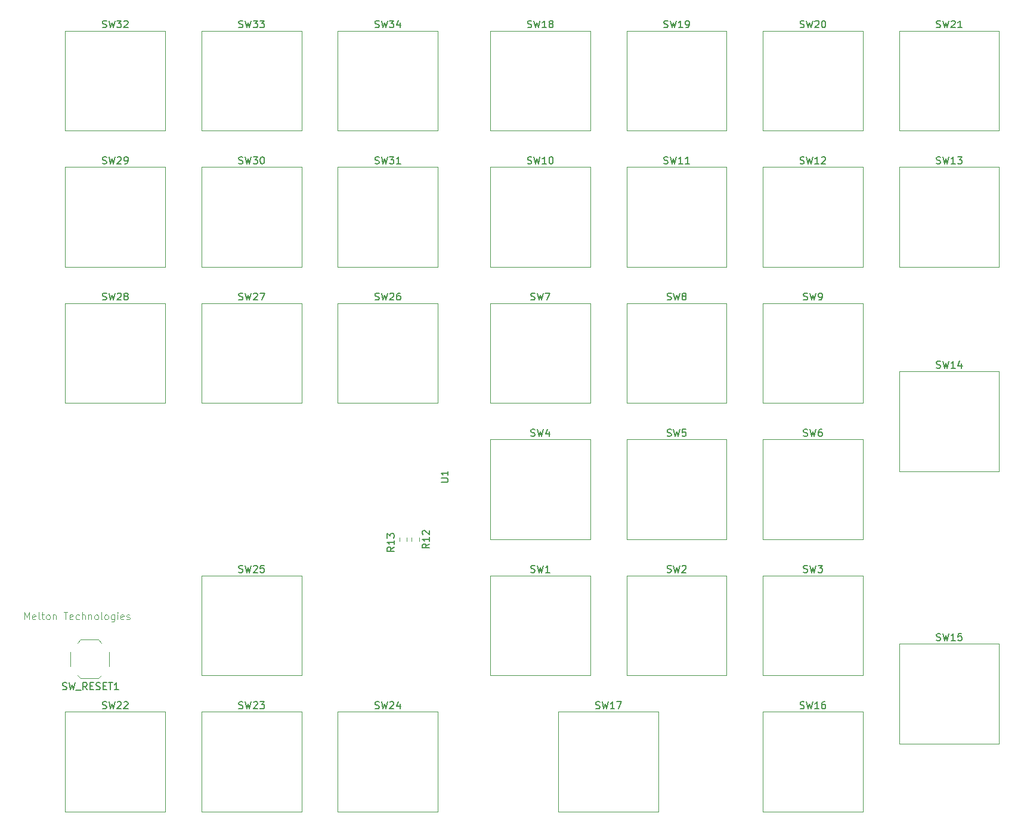
<source format=gbr>
%TF.GenerationSoftware,KiCad,Pcbnew,8.0.3*%
%TF.CreationDate,2024-06-19T10:52:00-07:00*%
%TF.ProjectId,CustomNumpad,43757374-6f6d-44e7-956d-7061642e6b69,rev?*%
%TF.SameCoordinates,Original*%
%TF.FileFunction,Legend,Top*%
%TF.FilePolarity,Positive*%
%FSLAX46Y46*%
G04 Gerber Fmt 4.6, Leading zero omitted, Abs format (unit mm)*
G04 Created by KiCad (PCBNEW 8.0.3) date 2024-06-19 10:52:00*
%MOMM*%
%LPD*%
G01*
G04 APERTURE LIST*
%ADD10C,0.100000*%
%ADD11C,0.150000*%
%ADD12C,0.120000*%
G04 APERTURE END LIST*
D10*
X41803884Y-111122419D02*
X41803884Y-110122419D01*
X41803884Y-110122419D02*
X42137217Y-110836704D01*
X42137217Y-110836704D02*
X42470550Y-110122419D01*
X42470550Y-110122419D02*
X42470550Y-111122419D01*
X43327693Y-111074800D02*
X43232455Y-111122419D01*
X43232455Y-111122419D02*
X43041979Y-111122419D01*
X43041979Y-111122419D02*
X42946741Y-111074800D01*
X42946741Y-111074800D02*
X42899122Y-110979561D01*
X42899122Y-110979561D02*
X42899122Y-110598609D01*
X42899122Y-110598609D02*
X42946741Y-110503371D01*
X42946741Y-110503371D02*
X43041979Y-110455752D01*
X43041979Y-110455752D02*
X43232455Y-110455752D01*
X43232455Y-110455752D02*
X43327693Y-110503371D01*
X43327693Y-110503371D02*
X43375312Y-110598609D01*
X43375312Y-110598609D02*
X43375312Y-110693847D01*
X43375312Y-110693847D02*
X42899122Y-110789085D01*
X43946741Y-111122419D02*
X43851503Y-111074800D01*
X43851503Y-111074800D02*
X43803884Y-110979561D01*
X43803884Y-110979561D02*
X43803884Y-110122419D01*
X44184837Y-110455752D02*
X44565789Y-110455752D01*
X44327694Y-110122419D02*
X44327694Y-110979561D01*
X44327694Y-110979561D02*
X44375313Y-111074800D01*
X44375313Y-111074800D02*
X44470551Y-111122419D01*
X44470551Y-111122419D02*
X44565789Y-111122419D01*
X45041980Y-111122419D02*
X44946742Y-111074800D01*
X44946742Y-111074800D02*
X44899123Y-111027180D01*
X44899123Y-111027180D02*
X44851504Y-110931942D01*
X44851504Y-110931942D02*
X44851504Y-110646228D01*
X44851504Y-110646228D02*
X44899123Y-110550990D01*
X44899123Y-110550990D02*
X44946742Y-110503371D01*
X44946742Y-110503371D02*
X45041980Y-110455752D01*
X45041980Y-110455752D02*
X45184837Y-110455752D01*
X45184837Y-110455752D02*
X45280075Y-110503371D01*
X45280075Y-110503371D02*
X45327694Y-110550990D01*
X45327694Y-110550990D02*
X45375313Y-110646228D01*
X45375313Y-110646228D02*
X45375313Y-110931942D01*
X45375313Y-110931942D02*
X45327694Y-111027180D01*
X45327694Y-111027180D02*
X45280075Y-111074800D01*
X45280075Y-111074800D02*
X45184837Y-111122419D01*
X45184837Y-111122419D02*
X45041980Y-111122419D01*
X45803885Y-110455752D02*
X45803885Y-111122419D01*
X45803885Y-110550990D02*
X45851504Y-110503371D01*
X45851504Y-110503371D02*
X45946742Y-110455752D01*
X45946742Y-110455752D02*
X46089599Y-110455752D01*
X46089599Y-110455752D02*
X46184837Y-110503371D01*
X46184837Y-110503371D02*
X46232456Y-110598609D01*
X46232456Y-110598609D02*
X46232456Y-111122419D01*
X47327695Y-110122419D02*
X47899123Y-110122419D01*
X47613409Y-111122419D02*
X47613409Y-110122419D01*
X48613409Y-111074800D02*
X48518171Y-111122419D01*
X48518171Y-111122419D02*
X48327695Y-111122419D01*
X48327695Y-111122419D02*
X48232457Y-111074800D01*
X48232457Y-111074800D02*
X48184838Y-110979561D01*
X48184838Y-110979561D02*
X48184838Y-110598609D01*
X48184838Y-110598609D02*
X48232457Y-110503371D01*
X48232457Y-110503371D02*
X48327695Y-110455752D01*
X48327695Y-110455752D02*
X48518171Y-110455752D01*
X48518171Y-110455752D02*
X48613409Y-110503371D01*
X48613409Y-110503371D02*
X48661028Y-110598609D01*
X48661028Y-110598609D02*
X48661028Y-110693847D01*
X48661028Y-110693847D02*
X48184838Y-110789085D01*
X49518171Y-111074800D02*
X49422933Y-111122419D01*
X49422933Y-111122419D02*
X49232457Y-111122419D01*
X49232457Y-111122419D02*
X49137219Y-111074800D01*
X49137219Y-111074800D02*
X49089600Y-111027180D01*
X49089600Y-111027180D02*
X49041981Y-110931942D01*
X49041981Y-110931942D02*
X49041981Y-110646228D01*
X49041981Y-110646228D02*
X49089600Y-110550990D01*
X49089600Y-110550990D02*
X49137219Y-110503371D01*
X49137219Y-110503371D02*
X49232457Y-110455752D01*
X49232457Y-110455752D02*
X49422933Y-110455752D01*
X49422933Y-110455752D02*
X49518171Y-110503371D01*
X49946743Y-111122419D02*
X49946743Y-110122419D01*
X50375314Y-111122419D02*
X50375314Y-110598609D01*
X50375314Y-110598609D02*
X50327695Y-110503371D01*
X50327695Y-110503371D02*
X50232457Y-110455752D01*
X50232457Y-110455752D02*
X50089600Y-110455752D01*
X50089600Y-110455752D02*
X49994362Y-110503371D01*
X49994362Y-110503371D02*
X49946743Y-110550990D01*
X50851505Y-110455752D02*
X50851505Y-111122419D01*
X50851505Y-110550990D02*
X50899124Y-110503371D01*
X50899124Y-110503371D02*
X50994362Y-110455752D01*
X50994362Y-110455752D02*
X51137219Y-110455752D01*
X51137219Y-110455752D02*
X51232457Y-110503371D01*
X51232457Y-110503371D02*
X51280076Y-110598609D01*
X51280076Y-110598609D02*
X51280076Y-111122419D01*
X51899124Y-111122419D02*
X51803886Y-111074800D01*
X51803886Y-111074800D02*
X51756267Y-111027180D01*
X51756267Y-111027180D02*
X51708648Y-110931942D01*
X51708648Y-110931942D02*
X51708648Y-110646228D01*
X51708648Y-110646228D02*
X51756267Y-110550990D01*
X51756267Y-110550990D02*
X51803886Y-110503371D01*
X51803886Y-110503371D02*
X51899124Y-110455752D01*
X51899124Y-110455752D02*
X52041981Y-110455752D01*
X52041981Y-110455752D02*
X52137219Y-110503371D01*
X52137219Y-110503371D02*
X52184838Y-110550990D01*
X52184838Y-110550990D02*
X52232457Y-110646228D01*
X52232457Y-110646228D02*
X52232457Y-110931942D01*
X52232457Y-110931942D02*
X52184838Y-111027180D01*
X52184838Y-111027180D02*
X52137219Y-111074800D01*
X52137219Y-111074800D02*
X52041981Y-111122419D01*
X52041981Y-111122419D02*
X51899124Y-111122419D01*
X52803886Y-111122419D02*
X52708648Y-111074800D01*
X52708648Y-111074800D02*
X52661029Y-110979561D01*
X52661029Y-110979561D02*
X52661029Y-110122419D01*
X53327696Y-111122419D02*
X53232458Y-111074800D01*
X53232458Y-111074800D02*
X53184839Y-111027180D01*
X53184839Y-111027180D02*
X53137220Y-110931942D01*
X53137220Y-110931942D02*
X53137220Y-110646228D01*
X53137220Y-110646228D02*
X53184839Y-110550990D01*
X53184839Y-110550990D02*
X53232458Y-110503371D01*
X53232458Y-110503371D02*
X53327696Y-110455752D01*
X53327696Y-110455752D02*
X53470553Y-110455752D01*
X53470553Y-110455752D02*
X53565791Y-110503371D01*
X53565791Y-110503371D02*
X53613410Y-110550990D01*
X53613410Y-110550990D02*
X53661029Y-110646228D01*
X53661029Y-110646228D02*
X53661029Y-110931942D01*
X53661029Y-110931942D02*
X53613410Y-111027180D01*
X53613410Y-111027180D02*
X53565791Y-111074800D01*
X53565791Y-111074800D02*
X53470553Y-111122419D01*
X53470553Y-111122419D02*
X53327696Y-111122419D01*
X54518172Y-110455752D02*
X54518172Y-111265276D01*
X54518172Y-111265276D02*
X54470553Y-111360514D01*
X54470553Y-111360514D02*
X54422934Y-111408133D01*
X54422934Y-111408133D02*
X54327696Y-111455752D01*
X54327696Y-111455752D02*
X54184839Y-111455752D01*
X54184839Y-111455752D02*
X54089601Y-111408133D01*
X54518172Y-111074800D02*
X54422934Y-111122419D01*
X54422934Y-111122419D02*
X54232458Y-111122419D01*
X54232458Y-111122419D02*
X54137220Y-111074800D01*
X54137220Y-111074800D02*
X54089601Y-111027180D01*
X54089601Y-111027180D02*
X54041982Y-110931942D01*
X54041982Y-110931942D02*
X54041982Y-110646228D01*
X54041982Y-110646228D02*
X54089601Y-110550990D01*
X54089601Y-110550990D02*
X54137220Y-110503371D01*
X54137220Y-110503371D02*
X54232458Y-110455752D01*
X54232458Y-110455752D02*
X54422934Y-110455752D01*
X54422934Y-110455752D02*
X54518172Y-110503371D01*
X54994363Y-111122419D02*
X54994363Y-110455752D01*
X54994363Y-110122419D02*
X54946744Y-110170038D01*
X54946744Y-110170038D02*
X54994363Y-110217657D01*
X54994363Y-110217657D02*
X55041982Y-110170038D01*
X55041982Y-110170038D02*
X54994363Y-110122419D01*
X54994363Y-110122419D02*
X54994363Y-110217657D01*
X55851505Y-111074800D02*
X55756267Y-111122419D01*
X55756267Y-111122419D02*
X55565791Y-111122419D01*
X55565791Y-111122419D02*
X55470553Y-111074800D01*
X55470553Y-111074800D02*
X55422934Y-110979561D01*
X55422934Y-110979561D02*
X55422934Y-110598609D01*
X55422934Y-110598609D02*
X55470553Y-110503371D01*
X55470553Y-110503371D02*
X55565791Y-110455752D01*
X55565791Y-110455752D02*
X55756267Y-110455752D01*
X55756267Y-110455752D02*
X55851505Y-110503371D01*
X55851505Y-110503371D02*
X55899124Y-110598609D01*
X55899124Y-110598609D02*
X55899124Y-110693847D01*
X55899124Y-110693847D02*
X55422934Y-110789085D01*
X56280077Y-111074800D02*
X56375315Y-111122419D01*
X56375315Y-111122419D02*
X56565791Y-111122419D01*
X56565791Y-111122419D02*
X56661029Y-111074800D01*
X56661029Y-111074800D02*
X56708648Y-110979561D01*
X56708648Y-110979561D02*
X56708648Y-110931942D01*
X56708648Y-110931942D02*
X56661029Y-110836704D01*
X56661029Y-110836704D02*
X56565791Y-110789085D01*
X56565791Y-110789085D02*
X56422934Y-110789085D01*
X56422934Y-110789085D02*
X56327696Y-110741466D01*
X56327696Y-110741466D02*
X56280077Y-110646228D01*
X56280077Y-110646228D02*
X56280077Y-110598609D01*
X56280077Y-110598609D02*
X56327696Y-110503371D01*
X56327696Y-110503371D02*
X56422934Y-110455752D01*
X56422934Y-110455752D02*
X56565791Y-110455752D01*
X56565791Y-110455752D02*
X56661029Y-110503371D01*
D11*
X91540476Y-27007200D02*
X91683333Y-27054819D01*
X91683333Y-27054819D02*
X91921428Y-27054819D01*
X91921428Y-27054819D02*
X92016666Y-27007200D01*
X92016666Y-27007200D02*
X92064285Y-26959580D01*
X92064285Y-26959580D02*
X92111904Y-26864342D01*
X92111904Y-26864342D02*
X92111904Y-26769104D01*
X92111904Y-26769104D02*
X92064285Y-26673866D01*
X92064285Y-26673866D02*
X92016666Y-26626247D01*
X92016666Y-26626247D02*
X91921428Y-26578628D01*
X91921428Y-26578628D02*
X91730952Y-26531009D01*
X91730952Y-26531009D02*
X91635714Y-26483390D01*
X91635714Y-26483390D02*
X91588095Y-26435771D01*
X91588095Y-26435771D02*
X91540476Y-26340533D01*
X91540476Y-26340533D02*
X91540476Y-26245295D01*
X91540476Y-26245295D02*
X91588095Y-26150057D01*
X91588095Y-26150057D02*
X91635714Y-26102438D01*
X91635714Y-26102438D02*
X91730952Y-26054819D01*
X91730952Y-26054819D02*
X91969047Y-26054819D01*
X91969047Y-26054819D02*
X92111904Y-26102438D01*
X92445238Y-26054819D02*
X92683333Y-27054819D01*
X92683333Y-27054819D02*
X92873809Y-26340533D01*
X92873809Y-26340533D02*
X93064285Y-27054819D01*
X93064285Y-27054819D02*
X93302381Y-26054819D01*
X93588095Y-26054819D02*
X94207142Y-26054819D01*
X94207142Y-26054819D02*
X93873809Y-26435771D01*
X93873809Y-26435771D02*
X94016666Y-26435771D01*
X94016666Y-26435771D02*
X94111904Y-26483390D01*
X94111904Y-26483390D02*
X94159523Y-26531009D01*
X94159523Y-26531009D02*
X94207142Y-26626247D01*
X94207142Y-26626247D02*
X94207142Y-26864342D01*
X94207142Y-26864342D02*
X94159523Y-26959580D01*
X94159523Y-26959580D02*
X94111904Y-27007200D01*
X94111904Y-27007200D02*
X94016666Y-27054819D01*
X94016666Y-27054819D02*
X93730952Y-27054819D01*
X93730952Y-27054819D02*
X93635714Y-27007200D01*
X93635714Y-27007200D02*
X93588095Y-26959580D01*
X95064285Y-26388152D02*
X95064285Y-27054819D01*
X94826190Y-26007200D02*
X94588095Y-26721485D01*
X94588095Y-26721485D02*
X95207142Y-26721485D01*
X72190476Y-27007200D02*
X72333333Y-27054819D01*
X72333333Y-27054819D02*
X72571428Y-27054819D01*
X72571428Y-27054819D02*
X72666666Y-27007200D01*
X72666666Y-27007200D02*
X72714285Y-26959580D01*
X72714285Y-26959580D02*
X72761904Y-26864342D01*
X72761904Y-26864342D02*
X72761904Y-26769104D01*
X72761904Y-26769104D02*
X72714285Y-26673866D01*
X72714285Y-26673866D02*
X72666666Y-26626247D01*
X72666666Y-26626247D02*
X72571428Y-26578628D01*
X72571428Y-26578628D02*
X72380952Y-26531009D01*
X72380952Y-26531009D02*
X72285714Y-26483390D01*
X72285714Y-26483390D02*
X72238095Y-26435771D01*
X72238095Y-26435771D02*
X72190476Y-26340533D01*
X72190476Y-26340533D02*
X72190476Y-26245295D01*
X72190476Y-26245295D02*
X72238095Y-26150057D01*
X72238095Y-26150057D02*
X72285714Y-26102438D01*
X72285714Y-26102438D02*
X72380952Y-26054819D01*
X72380952Y-26054819D02*
X72619047Y-26054819D01*
X72619047Y-26054819D02*
X72761904Y-26102438D01*
X73095238Y-26054819D02*
X73333333Y-27054819D01*
X73333333Y-27054819D02*
X73523809Y-26340533D01*
X73523809Y-26340533D02*
X73714285Y-27054819D01*
X73714285Y-27054819D02*
X73952381Y-26054819D01*
X74238095Y-26054819D02*
X74857142Y-26054819D01*
X74857142Y-26054819D02*
X74523809Y-26435771D01*
X74523809Y-26435771D02*
X74666666Y-26435771D01*
X74666666Y-26435771D02*
X74761904Y-26483390D01*
X74761904Y-26483390D02*
X74809523Y-26531009D01*
X74809523Y-26531009D02*
X74857142Y-26626247D01*
X74857142Y-26626247D02*
X74857142Y-26864342D01*
X74857142Y-26864342D02*
X74809523Y-26959580D01*
X74809523Y-26959580D02*
X74761904Y-27007200D01*
X74761904Y-27007200D02*
X74666666Y-27054819D01*
X74666666Y-27054819D02*
X74380952Y-27054819D01*
X74380952Y-27054819D02*
X74285714Y-27007200D01*
X74285714Y-27007200D02*
X74238095Y-26959580D01*
X75190476Y-26054819D02*
X75809523Y-26054819D01*
X75809523Y-26054819D02*
X75476190Y-26435771D01*
X75476190Y-26435771D02*
X75619047Y-26435771D01*
X75619047Y-26435771D02*
X75714285Y-26483390D01*
X75714285Y-26483390D02*
X75761904Y-26531009D01*
X75761904Y-26531009D02*
X75809523Y-26626247D01*
X75809523Y-26626247D02*
X75809523Y-26864342D01*
X75809523Y-26864342D02*
X75761904Y-26959580D01*
X75761904Y-26959580D02*
X75714285Y-27007200D01*
X75714285Y-27007200D02*
X75619047Y-27054819D01*
X75619047Y-27054819D02*
X75333333Y-27054819D01*
X75333333Y-27054819D02*
X75238095Y-27007200D01*
X75238095Y-27007200D02*
X75190476Y-26959580D01*
X52840476Y-27007200D02*
X52983333Y-27054819D01*
X52983333Y-27054819D02*
X53221428Y-27054819D01*
X53221428Y-27054819D02*
X53316666Y-27007200D01*
X53316666Y-27007200D02*
X53364285Y-26959580D01*
X53364285Y-26959580D02*
X53411904Y-26864342D01*
X53411904Y-26864342D02*
X53411904Y-26769104D01*
X53411904Y-26769104D02*
X53364285Y-26673866D01*
X53364285Y-26673866D02*
X53316666Y-26626247D01*
X53316666Y-26626247D02*
X53221428Y-26578628D01*
X53221428Y-26578628D02*
X53030952Y-26531009D01*
X53030952Y-26531009D02*
X52935714Y-26483390D01*
X52935714Y-26483390D02*
X52888095Y-26435771D01*
X52888095Y-26435771D02*
X52840476Y-26340533D01*
X52840476Y-26340533D02*
X52840476Y-26245295D01*
X52840476Y-26245295D02*
X52888095Y-26150057D01*
X52888095Y-26150057D02*
X52935714Y-26102438D01*
X52935714Y-26102438D02*
X53030952Y-26054819D01*
X53030952Y-26054819D02*
X53269047Y-26054819D01*
X53269047Y-26054819D02*
X53411904Y-26102438D01*
X53745238Y-26054819D02*
X53983333Y-27054819D01*
X53983333Y-27054819D02*
X54173809Y-26340533D01*
X54173809Y-26340533D02*
X54364285Y-27054819D01*
X54364285Y-27054819D02*
X54602381Y-26054819D01*
X54888095Y-26054819D02*
X55507142Y-26054819D01*
X55507142Y-26054819D02*
X55173809Y-26435771D01*
X55173809Y-26435771D02*
X55316666Y-26435771D01*
X55316666Y-26435771D02*
X55411904Y-26483390D01*
X55411904Y-26483390D02*
X55459523Y-26531009D01*
X55459523Y-26531009D02*
X55507142Y-26626247D01*
X55507142Y-26626247D02*
X55507142Y-26864342D01*
X55507142Y-26864342D02*
X55459523Y-26959580D01*
X55459523Y-26959580D02*
X55411904Y-27007200D01*
X55411904Y-27007200D02*
X55316666Y-27054819D01*
X55316666Y-27054819D02*
X55030952Y-27054819D01*
X55030952Y-27054819D02*
X54935714Y-27007200D01*
X54935714Y-27007200D02*
X54888095Y-26959580D01*
X55888095Y-26150057D02*
X55935714Y-26102438D01*
X55935714Y-26102438D02*
X56030952Y-26054819D01*
X56030952Y-26054819D02*
X56269047Y-26054819D01*
X56269047Y-26054819D02*
X56364285Y-26102438D01*
X56364285Y-26102438D02*
X56411904Y-26150057D01*
X56411904Y-26150057D02*
X56459523Y-26245295D01*
X56459523Y-26245295D02*
X56459523Y-26340533D01*
X56459523Y-26340533D02*
X56411904Y-26483390D01*
X56411904Y-26483390D02*
X55840476Y-27054819D01*
X55840476Y-27054819D02*
X56459523Y-27054819D01*
X91540476Y-46357200D02*
X91683333Y-46404819D01*
X91683333Y-46404819D02*
X91921428Y-46404819D01*
X91921428Y-46404819D02*
X92016666Y-46357200D01*
X92016666Y-46357200D02*
X92064285Y-46309580D01*
X92064285Y-46309580D02*
X92111904Y-46214342D01*
X92111904Y-46214342D02*
X92111904Y-46119104D01*
X92111904Y-46119104D02*
X92064285Y-46023866D01*
X92064285Y-46023866D02*
X92016666Y-45976247D01*
X92016666Y-45976247D02*
X91921428Y-45928628D01*
X91921428Y-45928628D02*
X91730952Y-45881009D01*
X91730952Y-45881009D02*
X91635714Y-45833390D01*
X91635714Y-45833390D02*
X91588095Y-45785771D01*
X91588095Y-45785771D02*
X91540476Y-45690533D01*
X91540476Y-45690533D02*
X91540476Y-45595295D01*
X91540476Y-45595295D02*
X91588095Y-45500057D01*
X91588095Y-45500057D02*
X91635714Y-45452438D01*
X91635714Y-45452438D02*
X91730952Y-45404819D01*
X91730952Y-45404819D02*
X91969047Y-45404819D01*
X91969047Y-45404819D02*
X92111904Y-45452438D01*
X92445238Y-45404819D02*
X92683333Y-46404819D01*
X92683333Y-46404819D02*
X92873809Y-45690533D01*
X92873809Y-45690533D02*
X93064285Y-46404819D01*
X93064285Y-46404819D02*
X93302381Y-45404819D01*
X93588095Y-45404819D02*
X94207142Y-45404819D01*
X94207142Y-45404819D02*
X93873809Y-45785771D01*
X93873809Y-45785771D02*
X94016666Y-45785771D01*
X94016666Y-45785771D02*
X94111904Y-45833390D01*
X94111904Y-45833390D02*
X94159523Y-45881009D01*
X94159523Y-45881009D02*
X94207142Y-45976247D01*
X94207142Y-45976247D02*
X94207142Y-46214342D01*
X94207142Y-46214342D02*
X94159523Y-46309580D01*
X94159523Y-46309580D02*
X94111904Y-46357200D01*
X94111904Y-46357200D02*
X94016666Y-46404819D01*
X94016666Y-46404819D02*
X93730952Y-46404819D01*
X93730952Y-46404819D02*
X93635714Y-46357200D01*
X93635714Y-46357200D02*
X93588095Y-46309580D01*
X95159523Y-46404819D02*
X94588095Y-46404819D01*
X94873809Y-46404819D02*
X94873809Y-45404819D01*
X94873809Y-45404819D02*
X94778571Y-45547676D01*
X94778571Y-45547676D02*
X94683333Y-45642914D01*
X94683333Y-45642914D02*
X94588095Y-45690533D01*
X72190476Y-46357200D02*
X72333333Y-46404819D01*
X72333333Y-46404819D02*
X72571428Y-46404819D01*
X72571428Y-46404819D02*
X72666666Y-46357200D01*
X72666666Y-46357200D02*
X72714285Y-46309580D01*
X72714285Y-46309580D02*
X72761904Y-46214342D01*
X72761904Y-46214342D02*
X72761904Y-46119104D01*
X72761904Y-46119104D02*
X72714285Y-46023866D01*
X72714285Y-46023866D02*
X72666666Y-45976247D01*
X72666666Y-45976247D02*
X72571428Y-45928628D01*
X72571428Y-45928628D02*
X72380952Y-45881009D01*
X72380952Y-45881009D02*
X72285714Y-45833390D01*
X72285714Y-45833390D02*
X72238095Y-45785771D01*
X72238095Y-45785771D02*
X72190476Y-45690533D01*
X72190476Y-45690533D02*
X72190476Y-45595295D01*
X72190476Y-45595295D02*
X72238095Y-45500057D01*
X72238095Y-45500057D02*
X72285714Y-45452438D01*
X72285714Y-45452438D02*
X72380952Y-45404819D01*
X72380952Y-45404819D02*
X72619047Y-45404819D01*
X72619047Y-45404819D02*
X72761904Y-45452438D01*
X73095238Y-45404819D02*
X73333333Y-46404819D01*
X73333333Y-46404819D02*
X73523809Y-45690533D01*
X73523809Y-45690533D02*
X73714285Y-46404819D01*
X73714285Y-46404819D02*
X73952381Y-45404819D01*
X74238095Y-45404819D02*
X74857142Y-45404819D01*
X74857142Y-45404819D02*
X74523809Y-45785771D01*
X74523809Y-45785771D02*
X74666666Y-45785771D01*
X74666666Y-45785771D02*
X74761904Y-45833390D01*
X74761904Y-45833390D02*
X74809523Y-45881009D01*
X74809523Y-45881009D02*
X74857142Y-45976247D01*
X74857142Y-45976247D02*
X74857142Y-46214342D01*
X74857142Y-46214342D02*
X74809523Y-46309580D01*
X74809523Y-46309580D02*
X74761904Y-46357200D01*
X74761904Y-46357200D02*
X74666666Y-46404819D01*
X74666666Y-46404819D02*
X74380952Y-46404819D01*
X74380952Y-46404819D02*
X74285714Y-46357200D01*
X74285714Y-46357200D02*
X74238095Y-46309580D01*
X75476190Y-45404819D02*
X75571428Y-45404819D01*
X75571428Y-45404819D02*
X75666666Y-45452438D01*
X75666666Y-45452438D02*
X75714285Y-45500057D01*
X75714285Y-45500057D02*
X75761904Y-45595295D01*
X75761904Y-45595295D02*
X75809523Y-45785771D01*
X75809523Y-45785771D02*
X75809523Y-46023866D01*
X75809523Y-46023866D02*
X75761904Y-46214342D01*
X75761904Y-46214342D02*
X75714285Y-46309580D01*
X75714285Y-46309580D02*
X75666666Y-46357200D01*
X75666666Y-46357200D02*
X75571428Y-46404819D01*
X75571428Y-46404819D02*
X75476190Y-46404819D01*
X75476190Y-46404819D02*
X75380952Y-46357200D01*
X75380952Y-46357200D02*
X75333333Y-46309580D01*
X75333333Y-46309580D02*
X75285714Y-46214342D01*
X75285714Y-46214342D02*
X75238095Y-46023866D01*
X75238095Y-46023866D02*
X75238095Y-45785771D01*
X75238095Y-45785771D02*
X75285714Y-45595295D01*
X75285714Y-45595295D02*
X75333333Y-45500057D01*
X75333333Y-45500057D02*
X75380952Y-45452438D01*
X75380952Y-45452438D02*
X75476190Y-45404819D01*
X52840476Y-46357200D02*
X52983333Y-46404819D01*
X52983333Y-46404819D02*
X53221428Y-46404819D01*
X53221428Y-46404819D02*
X53316666Y-46357200D01*
X53316666Y-46357200D02*
X53364285Y-46309580D01*
X53364285Y-46309580D02*
X53411904Y-46214342D01*
X53411904Y-46214342D02*
X53411904Y-46119104D01*
X53411904Y-46119104D02*
X53364285Y-46023866D01*
X53364285Y-46023866D02*
X53316666Y-45976247D01*
X53316666Y-45976247D02*
X53221428Y-45928628D01*
X53221428Y-45928628D02*
X53030952Y-45881009D01*
X53030952Y-45881009D02*
X52935714Y-45833390D01*
X52935714Y-45833390D02*
X52888095Y-45785771D01*
X52888095Y-45785771D02*
X52840476Y-45690533D01*
X52840476Y-45690533D02*
X52840476Y-45595295D01*
X52840476Y-45595295D02*
X52888095Y-45500057D01*
X52888095Y-45500057D02*
X52935714Y-45452438D01*
X52935714Y-45452438D02*
X53030952Y-45404819D01*
X53030952Y-45404819D02*
X53269047Y-45404819D01*
X53269047Y-45404819D02*
X53411904Y-45452438D01*
X53745238Y-45404819D02*
X53983333Y-46404819D01*
X53983333Y-46404819D02*
X54173809Y-45690533D01*
X54173809Y-45690533D02*
X54364285Y-46404819D01*
X54364285Y-46404819D02*
X54602381Y-45404819D01*
X54935714Y-45500057D02*
X54983333Y-45452438D01*
X54983333Y-45452438D02*
X55078571Y-45404819D01*
X55078571Y-45404819D02*
X55316666Y-45404819D01*
X55316666Y-45404819D02*
X55411904Y-45452438D01*
X55411904Y-45452438D02*
X55459523Y-45500057D01*
X55459523Y-45500057D02*
X55507142Y-45595295D01*
X55507142Y-45595295D02*
X55507142Y-45690533D01*
X55507142Y-45690533D02*
X55459523Y-45833390D01*
X55459523Y-45833390D02*
X54888095Y-46404819D01*
X54888095Y-46404819D02*
X55507142Y-46404819D01*
X55983333Y-46404819D02*
X56173809Y-46404819D01*
X56173809Y-46404819D02*
X56269047Y-46357200D01*
X56269047Y-46357200D02*
X56316666Y-46309580D01*
X56316666Y-46309580D02*
X56411904Y-46166723D01*
X56411904Y-46166723D02*
X56459523Y-45976247D01*
X56459523Y-45976247D02*
X56459523Y-45595295D01*
X56459523Y-45595295D02*
X56411904Y-45500057D01*
X56411904Y-45500057D02*
X56364285Y-45452438D01*
X56364285Y-45452438D02*
X56269047Y-45404819D01*
X56269047Y-45404819D02*
X56078571Y-45404819D01*
X56078571Y-45404819D02*
X55983333Y-45452438D01*
X55983333Y-45452438D02*
X55935714Y-45500057D01*
X55935714Y-45500057D02*
X55888095Y-45595295D01*
X55888095Y-45595295D02*
X55888095Y-45833390D01*
X55888095Y-45833390D02*
X55935714Y-45928628D01*
X55935714Y-45928628D02*
X55983333Y-45976247D01*
X55983333Y-45976247D02*
X56078571Y-46023866D01*
X56078571Y-46023866D02*
X56269047Y-46023866D01*
X56269047Y-46023866D02*
X56364285Y-45976247D01*
X56364285Y-45976247D02*
X56411904Y-45928628D01*
X56411904Y-45928628D02*
X56459523Y-45833390D01*
X52840476Y-65707200D02*
X52983333Y-65754819D01*
X52983333Y-65754819D02*
X53221428Y-65754819D01*
X53221428Y-65754819D02*
X53316666Y-65707200D01*
X53316666Y-65707200D02*
X53364285Y-65659580D01*
X53364285Y-65659580D02*
X53411904Y-65564342D01*
X53411904Y-65564342D02*
X53411904Y-65469104D01*
X53411904Y-65469104D02*
X53364285Y-65373866D01*
X53364285Y-65373866D02*
X53316666Y-65326247D01*
X53316666Y-65326247D02*
X53221428Y-65278628D01*
X53221428Y-65278628D02*
X53030952Y-65231009D01*
X53030952Y-65231009D02*
X52935714Y-65183390D01*
X52935714Y-65183390D02*
X52888095Y-65135771D01*
X52888095Y-65135771D02*
X52840476Y-65040533D01*
X52840476Y-65040533D02*
X52840476Y-64945295D01*
X52840476Y-64945295D02*
X52888095Y-64850057D01*
X52888095Y-64850057D02*
X52935714Y-64802438D01*
X52935714Y-64802438D02*
X53030952Y-64754819D01*
X53030952Y-64754819D02*
X53269047Y-64754819D01*
X53269047Y-64754819D02*
X53411904Y-64802438D01*
X53745238Y-64754819D02*
X53983333Y-65754819D01*
X53983333Y-65754819D02*
X54173809Y-65040533D01*
X54173809Y-65040533D02*
X54364285Y-65754819D01*
X54364285Y-65754819D02*
X54602381Y-64754819D01*
X54935714Y-64850057D02*
X54983333Y-64802438D01*
X54983333Y-64802438D02*
X55078571Y-64754819D01*
X55078571Y-64754819D02*
X55316666Y-64754819D01*
X55316666Y-64754819D02*
X55411904Y-64802438D01*
X55411904Y-64802438D02*
X55459523Y-64850057D01*
X55459523Y-64850057D02*
X55507142Y-64945295D01*
X55507142Y-64945295D02*
X55507142Y-65040533D01*
X55507142Y-65040533D02*
X55459523Y-65183390D01*
X55459523Y-65183390D02*
X54888095Y-65754819D01*
X54888095Y-65754819D02*
X55507142Y-65754819D01*
X56078571Y-65183390D02*
X55983333Y-65135771D01*
X55983333Y-65135771D02*
X55935714Y-65088152D01*
X55935714Y-65088152D02*
X55888095Y-64992914D01*
X55888095Y-64992914D02*
X55888095Y-64945295D01*
X55888095Y-64945295D02*
X55935714Y-64850057D01*
X55935714Y-64850057D02*
X55983333Y-64802438D01*
X55983333Y-64802438D02*
X56078571Y-64754819D01*
X56078571Y-64754819D02*
X56269047Y-64754819D01*
X56269047Y-64754819D02*
X56364285Y-64802438D01*
X56364285Y-64802438D02*
X56411904Y-64850057D01*
X56411904Y-64850057D02*
X56459523Y-64945295D01*
X56459523Y-64945295D02*
X56459523Y-64992914D01*
X56459523Y-64992914D02*
X56411904Y-65088152D01*
X56411904Y-65088152D02*
X56364285Y-65135771D01*
X56364285Y-65135771D02*
X56269047Y-65183390D01*
X56269047Y-65183390D02*
X56078571Y-65183390D01*
X56078571Y-65183390D02*
X55983333Y-65231009D01*
X55983333Y-65231009D02*
X55935714Y-65278628D01*
X55935714Y-65278628D02*
X55888095Y-65373866D01*
X55888095Y-65373866D02*
X55888095Y-65564342D01*
X55888095Y-65564342D02*
X55935714Y-65659580D01*
X55935714Y-65659580D02*
X55983333Y-65707200D01*
X55983333Y-65707200D02*
X56078571Y-65754819D01*
X56078571Y-65754819D02*
X56269047Y-65754819D01*
X56269047Y-65754819D02*
X56364285Y-65707200D01*
X56364285Y-65707200D02*
X56411904Y-65659580D01*
X56411904Y-65659580D02*
X56459523Y-65564342D01*
X56459523Y-65564342D02*
X56459523Y-65373866D01*
X56459523Y-65373866D02*
X56411904Y-65278628D01*
X56411904Y-65278628D02*
X56364285Y-65231009D01*
X56364285Y-65231009D02*
X56269047Y-65183390D01*
X72190476Y-65707200D02*
X72333333Y-65754819D01*
X72333333Y-65754819D02*
X72571428Y-65754819D01*
X72571428Y-65754819D02*
X72666666Y-65707200D01*
X72666666Y-65707200D02*
X72714285Y-65659580D01*
X72714285Y-65659580D02*
X72761904Y-65564342D01*
X72761904Y-65564342D02*
X72761904Y-65469104D01*
X72761904Y-65469104D02*
X72714285Y-65373866D01*
X72714285Y-65373866D02*
X72666666Y-65326247D01*
X72666666Y-65326247D02*
X72571428Y-65278628D01*
X72571428Y-65278628D02*
X72380952Y-65231009D01*
X72380952Y-65231009D02*
X72285714Y-65183390D01*
X72285714Y-65183390D02*
X72238095Y-65135771D01*
X72238095Y-65135771D02*
X72190476Y-65040533D01*
X72190476Y-65040533D02*
X72190476Y-64945295D01*
X72190476Y-64945295D02*
X72238095Y-64850057D01*
X72238095Y-64850057D02*
X72285714Y-64802438D01*
X72285714Y-64802438D02*
X72380952Y-64754819D01*
X72380952Y-64754819D02*
X72619047Y-64754819D01*
X72619047Y-64754819D02*
X72761904Y-64802438D01*
X73095238Y-64754819D02*
X73333333Y-65754819D01*
X73333333Y-65754819D02*
X73523809Y-65040533D01*
X73523809Y-65040533D02*
X73714285Y-65754819D01*
X73714285Y-65754819D02*
X73952381Y-64754819D01*
X74285714Y-64850057D02*
X74333333Y-64802438D01*
X74333333Y-64802438D02*
X74428571Y-64754819D01*
X74428571Y-64754819D02*
X74666666Y-64754819D01*
X74666666Y-64754819D02*
X74761904Y-64802438D01*
X74761904Y-64802438D02*
X74809523Y-64850057D01*
X74809523Y-64850057D02*
X74857142Y-64945295D01*
X74857142Y-64945295D02*
X74857142Y-65040533D01*
X74857142Y-65040533D02*
X74809523Y-65183390D01*
X74809523Y-65183390D02*
X74238095Y-65754819D01*
X74238095Y-65754819D02*
X74857142Y-65754819D01*
X75190476Y-64754819D02*
X75857142Y-64754819D01*
X75857142Y-64754819D02*
X75428571Y-65754819D01*
X91540476Y-65707200D02*
X91683333Y-65754819D01*
X91683333Y-65754819D02*
X91921428Y-65754819D01*
X91921428Y-65754819D02*
X92016666Y-65707200D01*
X92016666Y-65707200D02*
X92064285Y-65659580D01*
X92064285Y-65659580D02*
X92111904Y-65564342D01*
X92111904Y-65564342D02*
X92111904Y-65469104D01*
X92111904Y-65469104D02*
X92064285Y-65373866D01*
X92064285Y-65373866D02*
X92016666Y-65326247D01*
X92016666Y-65326247D02*
X91921428Y-65278628D01*
X91921428Y-65278628D02*
X91730952Y-65231009D01*
X91730952Y-65231009D02*
X91635714Y-65183390D01*
X91635714Y-65183390D02*
X91588095Y-65135771D01*
X91588095Y-65135771D02*
X91540476Y-65040533D01*
X91540476Y-65040533D02*
X91540476Y-64945295D01*
X91540476Y-64945295D02*
X91588095Y-64850057D01*
X91588095Y-64850057D02*
X91635714Y-64802438D01*
X91635714Y-64802438D02*
X91730952Y-64754819D01*
X91730952Y-64754819D02*
X91969047Y-64754819D01*
X91969047Y-64754819D02*
X92111904Y-64802438D01*
X92445238Y-64754819D02*
X92683333Y-65754819D01*
X92683333Y-65754819D02*
X92873809Y-65040533D01*
X92873809Y-65040533D02*
X93064285Y-65754819D01*
X93064285Y-65754819D02*
X93302381Y-64754819D01*
X93635714Y-64850057D02*
X93683333Y-64802438D01*
X93683333Y-64802438D02*
X93778571Y-64754819D01*
X93778571Y-64754819D02*
X94016666Y-64754819D01*
X94016666Y-64754819D02*
X94111904Y-64802438D01*
X94111904Y-64802438D02*
X94159523Y-64850057D01*
X94159523Y-64850057D02*
X94207142Y-64945295D01*
X94207142Y-64945295D02*
X94207142Y-65040533D01*
X94207142Y-65040533D02*
X94159523Y-65183390D01*
X94159523Y-65183390D02*
X93588095Y-65754819D01*
X93588095Y-65754819D02*
X94207142Y-65754819D01*
X95064285Y-64754819D02*
X94873809Y-64754819D01*
X94873809Y-64754819D02*
X94778571Y-64802438D01*
X94778571Y-64802438D02*
X94730952Y-64850057D01*
X94730952Y-64850057D02*
X94635714Y-64992914D01*
X94635714Y-64992914D02*
X94588095Y-65183390D01*
X94588095Y-65183390D02*
X94588095Y-65564342D01*
X94588095Y-65564342D02*
X94635714Y-65659580D01*
X94635714Y-65659580D02*
X94683333Y-65707200D01*
X94683333Y-65707200D02*
X94778571Y-65754819D01*
X94778571Y-65754819D02*
X94969047Y-65754819D01*
X94969047Y-65754819D02*
X95064285Y-65707200D01*
X95064285Y-65707200D02*
X95111904Y-65659580D01*
X95111904Y-65659580D02*
X95159523Y-65564342D01*
X95159523Y-65564342D02*
X95159523Y-65326247D01*
X95159523Y-65326247D02*
X95111904Y-65231009D01*
X95111904Y-65231009D02*
X95064285Y-65183390D01*
X95064285Y-65183390D02*
X94969047Y-65135771D01*
X94969047Y-65135771D02*
X94778571Y-65135771D01*
X94778571Y-65135771D02*
X94683333Y-65183390D01*
X94683333Y-65183390D02*
X94635714Y-65231009D01*
X94635714Y-65231009D02*
X94588095Y-65326247D01*
X152366667Y-65707200D02*
X152509524Y-65754819D01*
X152509524Y-65754819D02*
X152747619Y-65754819D01*
X152747619Y-65754819D02*
X152842857Y-65707200D01*
X152842857Y-65707200D02*
X152890476Y-65659580D01*
X152890476Y-65659580D02*
X152938095Y-65564342D01*
X152938095Y-65564342D02*
X152938095Y-65469104D01*
X152938095Y-65469104D02*
X152890476Y-65373866D01*
X152890476Y-65373866D02*
X152842857Y-65326247D01*
X152842857Y-65326247D02*
X152747619Y-65278628D01*
X152747619Y-65278628D02*
X152557143Y-65231009D01*
X152557143Y-65231009D02*
X152461905Y-65183390D01*
X152461905Y-65183390D02*
X152414286Y-65135771D01*
X152414286Y-65135771D02*
X152366667Y-65040533D01*
X152366667Y-65040533D02*
X152366667Y-64945295D01*
X152366667Y-64945295D02*
X152414286Y-64850057D01*
X152414286Y-64850057D02*
X152461905Y-64802438D01*
X152461905Y-64802438D02*
X152557143Y-64754819D01*
X152557143Y-64754819D02*
X152795238Y-64754819D01*
X152795238Y-64754819D02*
X152938095Y-64802438D01*
X153271429Y-64754819D02*
X153509524Y-65754819D01*
X153509524Y-65754819D02*
X153700000Y-65040533D01*
X153700000Y-65040533D02*
X153890476Y-65754819D01*
X153890476Y-65754819D02*
X154128572Y-64754819D01*
X154557143Y-65754819D02*
X154747619Y-65754819D01*
X154747619Y-65754819D02*
X154842857Y-65707200D01*
X154842857Y-65707200D02*
X154890476Y-65659580D01*
X154890476Y-65659580D02*
X154985714Y-65516723D01*
X154985714Y-65516723D02*
X155033333Y-65326247D01*
X155033333Y-65326247D02*
X155033333Y-64945295D01*
X155033333Y-64945295D02*
X154985714Y-64850057D01*
X154985714Y-64850057D02*
X154938095Y-64802438D01*
X154938095Y-64802438D02*
X154842857Y-64754819D01*
X154842857Y-64754819D02*
X154652381Y-64754819D01*
X154652381Y-64754819D02*
X154557143Y-64802438D01*
X154557143Y-64802438D02*
X154509524Y-64850057D01*
X154509524Y-64850057D02*
X154461905Y-64945295D01*
X154461905Y-64945295D02*
X154461905Y-65183390D01*
X154461905Y-65183390D02*
X154509524Y-65278628D01*
X154509524Y-65278628D02*
X154557143Y-65326247D01*
X154557143Y-65326247D02*
X154652381Y-65373866D01*
X154652381Y-65373866D02*
X154842857Y-65373866D01*
X154842857Y-65373866D02*
X154938095Y-65326247D01*
X154938095Y-65326247D02*
X154985714Y-65278628D01*
X154985714Y-65278628D02*
X155033333Y-65183390D01*
X152366667Y-85057200D02*
X152509524Y-85104819D01*
X152509524Y-85104819D02*
X152747619Y-85104819D01*
X152747619Y-85104819D02*
X152842857Y-85057200D01*
X152842857Y-85057200D02*
X152890476Y-85009580D01*
X152890476Y-85009580D02*
X152938095Y-84914342D01*
X152938095Y-84914342D02*
X152938095Y-84819104D01*
X152938095Y-84819104D02*
X152890476Y-84723866D01*
X152890476Y-84723866D02*
X152842857Y-84676247D01*
X152842857Y-84676247D02*
X152747619Y-84628628D01*
X152747619Y-84628628D02*
X152557143Y-84581009D01*
X152557143Y-84581009D02*
X152461905Y-84533390D01*
X152461905Y-84533390D02*
X152414286Y-84485771D01*
X152414286Y-84485771D02*
X152366667Y-84390533D01*
X152366667Y-84390533D02*
X152366667Y-84295295D01*
X152366667Y-84295295D02*
X152414286Y-84200057D01*
X152414286Y-84200057D02*
X152461905Y-84152438D01*
X152461905Y-84152438D02*
X152557143Y-84104819D01*
X152557143Y-84104819D02*
X152795238Y-84104819D01*
X152795238Y-84104819D02*
X152938095Y-84152438D01*
X153271429Y-84104819D02*
X153509524Y-85104819D01*
X153509524Y-85104819D02*
X153700000Y-84390533D01*
X153700000Y-84390533D02*
X153890476Y-85104819D01*
X153890476Y-85104819D02*
X154128572Y-84104819D01*
X154938095Y-84104819D02*
X154747619Y-84104819D01*
X154747619Y-84104819D02*
X154652381Y-84152438D01*
X154652381Y-84152438D02*
X154604762Y-84200057D01*
X154604762Y-84200057D02*
X154509524Y-84342914D01*
X154509524Y-84342914D02*
X154461905Y-84533390D01*
X154461905Y-84533390D02*
X154461905Y-84914342D01*
X154461905Y-84914342D02*
X154509524Y-85009580D01*
X154509524Y-85009580D02*
X154557143Y-85057200D01*
X154557143Y-85057200D02*
X154652381Y-85104819D01*
X154652381Y-85104819D02*
X154842857Y-85104819D01*
X154842857Y-85104819D02*
X154938095Y-85057200D01*
X154938095Y-85057200D02*
X154985714Y-85009580D01*
X154985714Y-85009580D02*
X155033333Y-84914342D01*
X155033333Y-84914342D02*
X155033333Y-84676247D01*
X155033333Y-84676247D02*
X154985714Y-84581009D01*
X154985714Y-84581009D02*
X154938095Y-84533390D01*
X154938095Y-84533390D02*
X154842857Y-84485771D01*
X154842857Y-84485771D02*
X154652381Y-84485771D01*
X154652381Y-84485771D02*
X154557143Y-84533390D01*
X154557143Y-84533390D02*
X154509524Y-84581009D01*
X154509524Y-84581009D02*
X154461905Y-84676247D01*
X133016667Y-85057200D02*
X133159524Y-85104819D01*
X133159524Y-85104819D02*
X133397619Y-85104819D01*
X133397619Y-85104819D02*
X133492857Y-85057200D01*
X133492857Y-85057200D02*
X133540476Y-85009580D01*
X133540476Y-85009580D02*
X133588095Y-84914342D01*
X133588095Y-84914342D02*
X133588095Y-84819104D01*
X133588095Y-84819104D02*
X133540476Y-84723866D01*
X133540476Y-84723866D02*
X133492857Y-84676247D01*
X133492857Y-84676247D02*
X133397619Y-84628628D01*
X133397619Y-84628628D02*
X133207143Y-84581009D01*
X133207143Y-84581009D02*
X133111905Y-84533390D01*
X133111905Y-84533390D02*
X133064286Y-84485771D01*
X133064286Y-84485771D02*
X133016667Y-84390533D01*
X133016667Y-84390533D02*
X133016667Y-84295295D01*
X133016667Y-84295295D02*
X133064286Y-84200057D01*
X133064286Y-84200057D02*
X133111905Y-84152438D01*
X133111905Y-84152438D02*
X133207143Y-84104819D01*
X133207143Y-84104819D02*
X133445238Y-84104819D01*
X133445238Y-84104819D02*
X133588095Y-84152438D01*
X133921429Y-84104819D02*
X134159524Y-85104819D01*
X134159524Y-85104819D02*
X134350000Y-84390533D01*
X134350000Y-84390533D02*
X134540476Y-85104819D01*
X134540476Y-85104819D02*
X134778572Y-84104819D01*
X135635714Y-84104819D02*
X135159524Y-84104819D01*
X135159524Y-84104819D02*
X135111905Y-84581009D01*
X135111905Y-84581009D02*
X135159524Y-84533390D01*
X135159524Y-84533390D02*
X135254762Y-84485771D01*
X135254762Y-84485771D02*
X135492857Y-84485771D01*
X135492857Y-84485771D02*
X135588095Y-84533390D01*
X135588095Y-84533390D02*
X135635714Y-84581009D01*
X135635714Y-84581009D02*
X135683333Y-84676247D01*
X135683333Y-84676247D02*
X135683333Y-84914342D01*
X135683333Y-84914342D02*
X135635714Y-85009580D01*
X135635714Y-85009580D02*
X135588095Y-85057200D01*
X135588095Y-85057200D02*
X135492857Y-85104819D01*
X135492857Y-85104819D02*
X135254762Y-85104819D01*
X135254762Y-85104819D02*
X135159524Y-85057200D01*
X135159524Y-85057200D02*
X135111905Y-85009580D01*
X171240476Y-114082200D02*
X171383333Y-114129819D01*
X171383333Y-114129819D02*
X171621428Y-114129819D01*
X171621428Y-114129819D02*
X171716666Y-114082200D01*
X171716666Y-114082200D02*
X171764285Y-114034580D01*
X171764285Y-114034580D02*
X171811904Y-113939342D01*
X171811904Y-113939342D02*
X171811904Y-113844104D01*
X171811904Y-113844104D02*
X171764285Y-113748866D01*
X171764285Y-113748866D02*
X171716666Y-113701247D01*
X171716666Y-113701247D02*
X171621428Y-113653628D01*
X171621428Y-113653628D02*
X171430952Y-113606009D01*
X171430952Y-113606009D02*
X171335714Y-113558390D01*
X171335714Y-113558390D02*
X171288095Y-113510771D01*
X171288095Y-113510771D02*
X171240476Y-113415533D01*
X171240476Y-113415533D02*
X171240476Y-113320295D01*
X171240476Y-113320295D02*
X171288095Y-113225057D01*
X171288095Y-113225057D02*
X171335714Y-113177438D01*
X171335714Y-113177438D02*
X171430952Y-113129819D01*
X171430952Y-113129819D02*
X171669047Y-113129819D01*
X171669047Y-113129819D02*
X171811904Y-113177438D01*
X172145238Y-113129819D02*
X172383333Y-114129819D01*
X172383333Y-114129819D02*
X172573809Y-113415533D01*
X172573809Y-113415533D02*
X172764285Y-114129819D01*
X172764285Y-114129819D02*
X173002381Y-113129819D01*
X173907142Y-114129819D02*
X173335714Y-114129819D01*
X173621428Y-114129819D02*
X173621428Y-113129819D01*
X173621428Y-113129819D02*
X173526190Y-113272676D01*
X173526190Y-113272676D02*
X173430952Y-113367914D01*
X173430952Y-113367914D02*
X173335714Y-113415533D01*
X174811904Y-113129819D02*
X174335714Y-113129819D01*
X174335714Y-113129819D02*
X174288095Y-113606009D01*
X174288095Y-113606009D02*
X174335714Y-113558390D01*
X174335714Y-113558390D02*
X174430952Y-113510771D01*
X174430952Y-113510771D02*
X174669047Y-113510771D01*
X174669047Y-113510771D02*
X174764285Y-113558390D01*
X174764285Y-113558390D02*
X174811904Y-113606009D01*
X174811904Y-113606009D02*
X174859523Y-113701247D01*
X174859523Y-113701247D02*
X174859523Y-113939342D01*
X174859523Y-113939342D02*
X174811904Y-114034580D01*
X174811904Y-114034580D02*
X174764285Y-114082200D01*
X174764285Y-114082200D02*
X174669047Y-114129819D01*
X174669047Y-114129819D02*
X174430952Y-114129819D01*
X174430952Y-114129819D02*
X174335714Y-114082200D01*
X174335714Y-114082200D02*
X174288095Y-114034580D01*
X113666667Y-104407200D02*
X113809524Y-104454819D01*
X113809524Y-104454819D02*
X114047619Y-104454819D01*
X114047619Y-104454819D02*
X114142857Y-104407200D01*
X114142857Y-104407200D02*
X114190476Y-104359580D01*
X114190476Y-104359580D02*
X114238095Y-104264342D01*
X114238095Y-104264342D02*
X114238095Y-104169104D01*
X114238095Y-104169104D02*
X114190476Y-104073866D01*
X114190476Y-104073866D02*
X114142857Y-104026247D01*
X114142857Y-104026247D02*
X114047619Y-103978628D01*
X114047619Y-103978628D02*
X113857143Y-103931009D01*
X113857143Y-103931009D02*
X113761905Y-103883390D01*
X113761905Y-103883390D02*
X113714286Y-103835771D01*
X113714286Y-103835771D02*
X113666667Y-103740533D01*
X113666667Y-103740533D02*
X113666667Y-103645295D01*
X113666667Y-103645295D02*
X113714286Y-103550057D01*
X113714286Y-103550057D02*
X113761905Y-103502438D01*
X113761905Y-103502438D02*
X113857143Y-103454819D01*
X113857143Y-103454819D02*
X114095238Y-103454819D01*
X114095238Y-103454819D02*
X114238095Y-103502438D01*
X114571429Y-103454819D02*
X114809524Y-104454819D01*
X114809524Y-104454819D02*
X115000000Y-103740533D01*
X115000000Y-103740533D02*
X115190476Y-104454819D01*
X115190476Y-104454819D02*
X115428572Y-103454819D01*
X116333333Y-104454819D02*
X115761905Y-104454819D01*
X116047619Y-104454819D02*
X116047619Y-103454819D01*
X116047619Y-103454819D02*
X115952381Y-103597676D01*
X115952381Y-103597676D02*
X115857143Y-103692914D01*
X115857143Y-103692914D02*
X115761905Y-103740533D01*
X113666667Y-65707200D02*
X113809524Y-65754819D01*
X113809524Y-65754819D02*
X114047619Y-65754819D01*
X114047619Y-65754819D02*
X114142857Y-65707200D01*
X114142857Y-65707200D02*
X114190476Y-65659580D01*
X114190476Y-65659580D02*
X114238095Y-65564342D01*
X114238095Y-65564342D02*
X114238095Y-65469104D01*
X114238095Y-65469104D02*
X114190476Y-65373866D01*
X114190476Y-65373866D02*
X114142857Y-65326247D01*
X114142857Y-65326247D02*
X114047619Y-65278628D01*
X114047619Y-65278628D02*
X113857143Y-65231009D01*
X113857143Y-65231009D02*
X113761905Y-65183390D01*
X113761905Y-65183390D02*
X113714286Y-65135771D01*
X113714286Y-65135771D02*
X113666667Y-65040533D01*
X113666667Y-65040533D02*
X113666667Y-64945295D01*
X113666667Y-64945295D02*
X113714286Y-64850057D01*
X113714286Y-64850057D02*
X113761905Y-64802438D01*
X113761905Y-64802438D02*
X113857143Y-64754819D01*
X113857143Y-64754819D02*
X114095238Y-64754819D01*
X114095238Y-64754819D02*
X114238095Y-64802438D01*
X114571429Y-64754819D02*
X114809524Y-65754819D01*
X114809524Y-65754819D02*
X115000000Y-65040533D01*
X115000000Y-65040533D02*
X115190476Y-65754819D01*
X115190476Y-65754819D02*
X115428572Y-64754819D01*
X115714286Y-64754819D02*
X116380952Y-64754819D01*
X116380952Y-64754819D02*
X115952381Y-65754819D01*
X133016667Y-104407200D02*
X133159524Y-104454819D01*
X133159524Y-104454819D02*
X133397619Y-104454819D01*
X133397619Y-104454819D02*
X133492857Y-104407200D01*
X133492857Y-104407200D02*
X133540476Y-104359580D01*
X133540476Y-104359580D02*
X133588095Y-104264342D01*
X133588095Y-104264342D02*
X133588095Y-104169104D01*
X133588095Y-104169104D02*
X133540476Y-104073866D01*
X133540476Y-104073866D02*
X133492857Y-104026247D01*
X133492857Y-104026247D02*
X133397619Y-103978628D01*
X133397619Y-103978628D02*
X133207143Y-103931009D01*
X133207143Y-103931009D02*
X133111905Y-103883390D01*
X133111905Y-103883390D02*
X133064286Y-103835771D01*
X133064286Y-103835771D02*
X133016667Y-103740533D01*
X133016667Y-103740533D02*
X133016667Y-103645295D01*
X133016667Y-103645295D02*
X133064286Y-103550057D01*
X133064286Y-103550057D02*
X133111905Y-103502438D01*
X133111905Y-103502438D02*
X133207143Y-103454819D01*
X133207143Y-103454819D02*
X133445238Y-103454819D01*
X133445238Y-103454819D02*
X133588095Y-103502438D01*
X133921429Y-103454819D02*
X134159524Y-104454819D01*
X134159524Y-104454819D02*
X134350000Y-103740533D01*
X134350000Y-103740533D02*
X134540476Y-104454819D01*
X134540476Y-104454819D02*
X134778572Y-103454819D01*
X135111905Y-103550057D02*
X135159524Y-103502438D01*
X135159524Y-103502438D02*
X135254762Y-103454819D01*
X135254762Y-103454819D02*
X135492857Y-103454819D01*
X135492857Y-103454819D02*
X135588095Y-103502438D01*
X135588095Y-103502438D02*
X135635714Y-103550057D01*
X135635714Y-103550057D02*
X135683333Y-103645295D01*
X135683333Y-103645295D02*
X135683333Y-103740533D01*
X135683333Y-103740533D02*
X135635714Y-103883390D01*
X135635714Y-103883390D02*
X135064286Y-104454819D01*
X135064286Y-104454819D02*
X135683333Y-104454819D01*
X72190476Y-104407200D02*
X72333333Y-104454819D01*
X72333333Y-104454819D02*
X72571428Y-104454819D01*
X72571428Y-104454819D02*
X72666666Y-104407200D01*
X72666666Y-104407200D02*
X72714285Y-104359580D01*
X72714285Y-104359580D02*
X72761904Y-104264342D01*
X72761904Y-104264342D02*
X72761904Y-104169104D01*
X72761904Y-104169104D02*
X72714285Y-104073866D01*
X72714285Y-104073866D02*
X72666666Y-104026247D01*
X72666666Y-104026247D02*
X72571428Y-103978628D01*
X72571428Y-103978628D02*
X72380952Y-103931009D01*
X72380952Y-103931009D02*
X72285714Y-103883390D01*
X72285714Y-103883390D02*
X72238095Y-103835771D01*
X72238095Y-103835771D02*
X72190476Y-103740533D01*
X72190476Y-103740533D02*
X72190476Y-103645295D01*
X72190476Y-103645295D02*
X72238095Y-103550057D01*
X72238095Y-103550057D02*
X72285714Y-103502438D01*
X72285714Y-103502438D02*
X72380952Y-103454819D01*
X72380952Y-103454819D02*
X72619047Y-103454819D01*
X72619047Y-103454819D02*
X72761904Y-103502438D01*
X73095238Y-103454819D02*
X73333333Y-104454819D01*
X73333333Y-104454819D02*
X73523809Y-103740533D01*
X73523809Y-103740533D02*
X73714285Y-104454819D01*
X73714285Y-104454819D02*
X73952381Y-103454819D01*
X74285714Y-103550057D02*
X74333333Y-103502438D01*
X74333333Y-103502438D02*
X74428571Y-103454819D01*
X74428571Y-103454819D02*
X74666666Y-103454819D01*
X74666666Y-103454819D02*
X74761904Y-103502438D01*
X74761904Y-103502438D02*
X74809523Y-103550057D01*
X74809523Y-103550057D02*
X74857142Y-103645295D01*
X74857142Y-103645295D02*
X74857142Y-103740533D01*
X74857142Y-103740533D02*
X74809523Y-103883390D01*
X74809523Y-103883390D02*
X74238095Y-104454819D01*
X74238095Y-104454819D02*
X74857142Y-104454819D01*
X75761904Y-103454819D02*
X75285714Y-103454819D01*
X75285714Y-103454819D02*
X75238095Y-103931009D01*
X75238095Y-103931009D02*
X75285714Y-103883390D01*
X75285714Y-103883390D02*
X75380952Y-103835771D01*
X75380952Y-103835771D02*
X75619047Y-103835771D01*
X75619047Y-103835771D02*
X75714285Y-103883390D01*
X75714285Y-103883390D02*
X75761904Y-103931009D01*
X75761904Y-103931009D02*
X75809523Y-104026247D01*
X75809523Y-104026247D02*
X75809523Y-104264342D01*
X75809523Y-104264342D02*
X75761904Y-104359580D01*
X75761904Y-104359580D02*
X75714285Y-104407200D01*
X75714285Y-104407200D02*
X75619047Y-104454819D01*
X75619047Y-104454819D02*
X75380952Y-104454819D01*
X75380952Y-104454819D02*
X75285714Y-104407200D01*
X75285714Y-104407200D02*
X75238095Y-104359580D01*
X151890476Y-46357200D02*
X152033333Y-46404819D01*
X152033333Y-46404819D02*
X152271428Y-46404819D01*
X152271428Y-46404819D02*
X152366666Y-46357200D01*
X152366666Y-46357200D02*
X152414285Y-46309580D01*
X152414285Y-46309580D02*
X152461904Y-46214342D01*
X152461904Y-46214342D02*
X152461904Y-46119104D01*
X152461904Y-46119104D02*
X152414285Y-46023866D01*
X152414285Y-46023866D02*
X152366666Y-45976247D01*
X152366666Y-45976247D02*
X152271428Y-45928628D01*
X152271428Y-45928628D02*
X152080952Y-45881009D01*
X152080952Y-45881009D02*
X151985714Y-45833390D01*
X151985714Y-45833390D02*
X151938095Y-45785771D01*
X151938095Y-45785771D02*
X151890476Y-45690533D01*
X151890476Y-45690533D02*
X151890476Y-45595295D01*
X151890476Y-45595295D02*
X151938095Y-45500057D01*
X151938095Y-45500057D02*
X151985714Y-45452438D01*
X151985714Y-45452438D02*
X152080952Y-45404819D01*
X152080952Y-45404819D02*
X152319047Y-45404819D01*
X152319047Y-45404819D02*
X152461904Y-45452438D01*
X152795238Y-45404819D02*
X153033333Y-46404819D01*
X153033333Y-46404819D02*
X153223809Y-45690533D01*
X153223809Y-45690533D02*
X153414285Y-46404819D01*
X153414285Y-46404819D02*
X153652381Y-45404819D01*
X154557142Y-46404819D02*
X153985714Y-46404819D01*
X154271428Y-46404819D02*
X154271428Y-45404819D01*
X154271428Y-45404819D02*
X154176190Y-45547676D01*
X154176190Y-45547676D02*
X154080952Y-45642914D01*
X154080952Y-45642914D02*
X153985714Y-45690533D01*
X154938095Y-45500057D02*
X154985714Y-45452438D01*
X154985714Y-45452438D02*
X155080952Y-45404819D01*
X155080952Y-45404819D02*
X155319047Y-45404819D01*
X155319047Y-45404819D02*
X155414285Y-45452438D01*
X155414285Y-45452438D02*
X155461904Y-45500057D01*
X155461904Y-45500057D02*
X155509523Y-45595295D01*
X155509523Y-45595295D02*
X155509523Y-45690533D01*
X155509523Y-45690533D02*
X155461904Y-45833390D01*
X155461904Y-45833390D02*
X154890476Y-46404819D01*
X154890476Y-46404819D02*
X155509523Y-46404819D01*
X52840476Y-123757200D02*
X52983333Y-123804819D01*
X52983333Y-123804819D02*
X53221428Y-123804819D01*
X53221428Y-123804819D02*
X53316666Y-123757200D01*
X53316666Y-123757200D02*
X53364285Y-123709580D01*
X53364285Y-123709580D02*
X53411904Y-123614342D01*
X53411904Y-123614342D02*
X53411904Y-123519104D01*
X53411904Y-123519104D02*
X53364285Y-123423866D01*
X53364285Y-123423866D02*
X53316666Y-123376247D01*
X53316666Y-123376247D02*
X53221428Y-123328628D01*
X53221428Y-123328628D02*
X53030952Y-123281009D01*
X53030952Y-123281009D02*
X52935714Y-123233390D01*
X52935714Y-123233390D02*
X52888095Y-123185771D01*
X52888095Y-123185771D02*
X52840476Y-123090533D01*
X52840476Y-123090533D02*
X52840476Y-122995295D01*
X52840476Y-122995295D02*
X52888095Y-122900057D01*
X52888095Y-122900057D02*
X52935714Y-122852438D01*
X52935714Y-122852438D02*
X53030952Y-122804819D01*
X53030952Y-122804819D02*
X53269047Y-122804819D01*
X53269047Y-122804819D02*
X53411904Y-122852438D01*
X53745238Y-122804819D02*
X53983333Y-123804819D01*
X53983333Y-123804819D02*
X54173809Y-123090533D01*
X54173809Y-123090533D02*
X54364285Y-123804819D01*
X54364285Y-123804819D02*
X54602381Y-122804819D01*
X54935714Y-122900057D02*
X54983333Y-122852438D01*
X54983333Y-122852438D02*
X55078571Y-122804819D01*
X55078571Y-122804819D02*
X55316666Y-122804819D01*
X55316666Y-122804819D02*
X55411904Y-122852438D01*
X55411904Y-122852438D02*
X55459523Y-122900057D01*
X55459523Y-122900057D02*
X55507142Y-122995295D01*
X55507142Y-122995295D02*
X55507142Y-123090533D01*
X55507142Y-123090533D02*
X55459523Y-123233390D01*
X55459523Y-123233390D02*
X54888095Y-123804819D01*
X54888095Y-123804819D02*
X55507142Y-123804819D01*
X55888095Y-122900057D02*
X55935714Y-122852438D01*
X55935714Y-122852438D02*
X56030952Y-122804819D01*
X56030952Y-122804819D02*
X56269047Y-122804819D01*
X56269047Y-122804819D02*
X56364285Y-122852438D01*
X56364285Y-122852438D02*
X56411904Y-122900057D01*
X56411904Y-122900057D02*
X56459523Y-122995295D01*
X56459523Y-122995295D02*
X56459523Y-123090533D01*
X56459523Y-123090533D02*
X56411904Y-123233390D01*
X56411904Y-123233390D02*
X55840476Y-123804819D01*
X55840476Y-123804819D02*
X56459523Y-123804819D01*
X133016667Y-65707200D02*
X133159524Y-65754819D01*
X133159524Y-65754819D02*
X133397619Y-65754819D01*
X133397619Y-65754819D02*
X133492857Y-65707200D01*
X133492857Y-65707200D02*
X133540476Y-65659580D01*
X133540476Y-65659580D02*
X133588095Y-65564342D01*
X133588095Y-65564342D02*
X133588095Y-65469104D01*
X133588095Y-65469104D02*
X133540476Y-65373866D01*
X133540476Y-65373866D02*
X133492857Y-65326247D01*
X133492857Y-65326247D02*
X133397619Y-65278628D01*
X133397619Y-65278628D02*
X133207143Y-65231009D01*
X133207143Y-65231009D02*
X133111905Y-65183390D01*
X133111905Y-65183390D02*
X133064286Y-65135771D01*
X133064286Y-65135771D02*
X133016667Y-65040533D01*
X133016667Y-65040533D02*
X133016667Y-64945295D01*
X133016667Y-64945295D02*
X133064286Y-64850057D01*
X133064286Y-64850057D02*
X133111905Y-64802438D01*
X133111905Y-64802438D02*
X133207143Y-64754819D01*
X133207143Y-64754819D02*
X133445238Y-64754819D01*
X133445238Y-64754819D02*
X133588095Y-64802438D01*
X133921429Y-64754819D02*
X134159524Y-65754819D01*
X134159524Y-65754819D02*
X134350000Y-65040533D01*
X134350000Y-65040533D02*
X134540476Y-65754819D01*
X134540476Y-65754819D02*
X134778572Y-64754819D01*
X135302381Y-65183390D02*
X135207143Y-65135771D01*
X135207143Y-65135771D02*
X135159524Y-65088152D01*
X135159524Y-65088152D02*
X135111905Y-64992914D01*
X135111905Y-64992914D02*
X135111905Y-64945295D01*
X135111905Y-64945295D02*
X135159524Y-64850057D01*
X135159524Y-64850057D02*
X135207143Y-64802438D01*
X135207143Y-64802438D02*
X135302381Y-64754819D01*
X135302381Y-64754819D02*
X135492857Y-64754819D01*
X135492857Y-64754819D02*
X135588095Y-64802438D01*
X135588095Y-64802438D02*
X135635714Y-64850057D01*
X135635714Y-64850057D02*
X135683333Y-64945295D01*
X135683333Y-64945295D02*
X135683333Y-64992914D01*
X135683333Y-64992914D02*
X135635714Y-65088152D01*
X135635714Y-65088152D02*
X135588095Y-65135771D01*
X135588095Y-65135771D02*
X135492857Y-65183390D01*
X135492857Y-65183390D02*
X135302381Y-65183390D01*
X135302381Y-65183390D02*
X135207143Y-65231009D01*
X135207143Y-65231009D02*
X135159524Y-65278628D01*
X135159524Y-65278628D02*
X135111905Y-65373866D01*
X135111905Y-65373866D02*
X135111905Y-65564342D01*
X135111905Y-65564342D02*
X135159524Y-65659580D01*
X135159524Y-65659580D02*
X135207143Y-65707200D01*
X135207143Y-65707200D02*
X135302381Y-65754819D01*
X135302381Y-65754819D02*
X135492857Y-65754819D01*
X135492857Y-65754819D02*
X135588095Y-65707200D01*
X135588095Y-65707200D02*
X135635714Y-65659580D01*
X135635714Y-65659580D02*
X135683333Y-65564342D01*
X135683333Y-65564342D02*
X135683333Y-65373866D01*
X135683333Y-65373866D02*
X135635714Y-65278628D01*
X135635714Y-65278628D02*
X135588095Y-65231009D01*
X135588095Y-65231009D02*
X135492857Y-65183390D01*
X171240476Y-46357200D02*
X171383333Y-46404819D01*
X171383333Y-46404819D02*
X171621428Y-46404819D01*
X171621428Y-46404819D02*
X171716666Y-46357200D01*
X171716666Y-46357200D02*
X171764285Y-46309580D01*
X171764285Y-46309580D02*
X171811904Y-46214342D01*
X171811904Y-46214342D02*
X171811904Y-46119104D01*
X171811904Y-46119104D02*
X171764285Y-46023866D01*
X171764285Y-46023866D02*
X171716666Y-45976247D01*
X171716666Y-45976247D02*
X171621428Y-45928628D01*
X171621428Y-45928628D02*
X171430952Y-45881009D01*
X171430952Y-45881009D02*
X171335714Y-45833390D01*
X171335714Y-45833390D02*
X171288095Y-45785771D01*
X171288095Y-45785771D02*
X171240476Y-45690533D01*
X171240476Y-45690533D02*
X171240476Y-45595295D01*
X171240476Y-45595295D02*
X171288095Y-45500057D01*
X171288095Y-45500057D02*
X171335714Y-45452438D01*
X171335714Y-45452438D02*
X171430952Y-45404819D01*
X171430952Y-45404819D02*
X171669047Y-45404819D01*
X171669047Y-45404819D02*
X171811904Y-45452438D01*
X172145238Y-45404819D02*
X172383333Y-46404819D01*
X172383333Y-46404819D02*
X172573809Y-45690533D01*
X172573809Y-45690533D02*
X172764285Y-46404819D01*
X172764285Y-46404819D02*
X173002381Y-45404819D01*
X173907142Y-46404819D02*
X173335714Y-46404819D01*
X173621428Y-46404819D02*
X173621428Y-45404819D01*
X173621428Y-45404819D02*
X173526190Y-45547676D01*
X173526190Y-45547676D02*
X173430952Y-45642914D01*
X173430952Y-45642914D02*
X173335714Y-45690533D01*
X174240476Y-45404819D02*
X174859523Y-45404819D01*
X174859523Y-45404819D02*
X174526190Y-45785771D01*
X174526190Y-45785771D02*
X174669047Y-45785771D01*
X174669047Y-45785771D02*
X174764285Y-45833390D01*
X174764285Y-45833390D02*
X174811904Y-45881009D01*
X174811904Y-45881009D02*
X174859523Y-45976247D01*
X174859523Y-45976247D02*
X174859523Y-46214342D01*
X174859523Y-46214342D02*
X174811904Y-46309580D01*
X174811904Y-46309580D02*
X174764285Y-46357200D01*
X174764285Y-46357200D02*
X174669047Y-46404819D01*
X174669047Y-46404819D02*
X174383333Y-46404819D01*
X174383333Y-46404819D02*
X174288095Y-46357200D01*
X174288095Y-46357200D02*
X174240476Y-46309580D01*
X132540476Y-46357200D02*
X132683333Y-46404819D01*
X132683333Y-46404819D02*
X132921428Y-46404819D01*
X132921428Y-46404819D02*
X133016666Y-46357200D01*
X133016666Y-46357200D02*
X133064285Y-46309580D01*
X133064285Y-46309580D02*
X133111904Y-46214342D01*
X133111904Y-46214342D02*
X133111904Y-46119104D01*
X133111904Y-46119104D02*
X133064285Y-46023866D01*
X133064285Y-46023866D02*
X133016666Y-45976247D01*
X133016666Y-45976247D02*
X132921428Y-45928628D01*
X132921428Y-45928628D02*
X132730952Y-45881009D01*
X132730952Y-45881009D02*
X132635714Y-45833390D01*
X132635714Y-45833390D02*
X132588095Y-45785771D01*
X132588095Y-45785771D02*
X132540476Y-45690533D01*
X132540476Y-45690533D02*
X132540476Y-45595295D01*
X132540476Y-45595295D02*
X132588095Y-45500057D01*
X132588095Y-45500057D02*
X132635714Y-45452438D01*
X132635714Y-45452438D02*
X132730952Y-45404819D01*
X132730952Y-45404819D02*
X132969047Y-45404819D01*
X132969047Y-45404819D02*
X133111904Y-45452438D01*
X133445238Y-45404819D02*
X133683333Y-46404819D01*
X133683333Y-46404819D02*
X133873809Y-45690533D01*
X133873809Y-45690533D02*
X134064285Y-46404819D01*
X134064285Y-46404819D02*
X134302381Y-45404819D01*
X135207142Y-46404819D02*
X134635714Y-46404819D01*
X134921428Y-46404819D02*
X134921428Y-45404819D01*
X134921428Y-45404819D02*
X134826190Y-45547676D01*
X134826190Y-45547676D02*
X134730952Y-45642914D01*
X134730952Y-45642914D02*
X134635714Y-45690533D01*
X136159523Y-46404819D02*
X135588095Y-46404819D01*
X135873809Y-46404819D02*
X135873809Y-45404819D01*
X135873809Y-45404819D02*
X135778571Y-45547676D01*
X135778571Y-45547676D02*
X135683333Y-45642914D01*
X135683333Y-45642914D02*
X135588095Y-45690533D01*
X151890476Y-27007200D02*
X152033333Y-27054819D01*
X152033333Y-27054819D02*
X152271428Y-27054819D01*
X152271428Y-27054819D02*
X152366666Y-27007200D01*
X152366666Y-27007200D02*
X152414285Y-26959580D01*
X152414285Y-26959580D02*
X152461904Y-26864342D01*
X152461904Y-26864342D02*
X152461904Y-26769104D01*
X152461904Y-26769104D02*
X152414285Y-26673866D01*
X152414285Y-26673866D02*
X152366666Y-26626247D01*
X152366666Y-26626247D02*
X152271428Y-26578628D01*
X152271428Y-26578628D02*
X152080952Y-26531009D01*
X152080952Y-26531009D02*
X151985714Y-26483390D01*
X151985714Y-26483390D02*
X151938095Y-26435771D01*
X151938095Y-26435771D02*
X151890476Y-26340533D01*
X151890476Y-26340533D02*
X151890476Y-26245295D01*
X151890476Y-26245295D02*
X151938095Y-26150057D01*
X151938095Y-26150057D02*
X151985714Y-26102438D01*
X151985714Y-26102438D02*
X152080952Y-26054819D01*
X152080952Y-26054819D02*
X152319047Y-26054819D01*
X152319047Y-26054819D02*
X152461904Y-26102438D01*
X152795238Y-26054819D02*
X153033333Y-27054819D01*
X153033333Y-27054819D02*
X153223809Y-26340533D01*
X153223809Y-26340533D02*
X153414285Y-27054819D01*
X153414285Y-27054819D02*
X153652381Y-26054819D01*
X153985714Y-26150057D02*
X154033333Y-26102438D01*
X154033333Y-26102438D02*
X154128571Y-26054819D01*
X154128571Y-26054819D02*
X154366666Y-26054819D01*
X154366666Y-26054819D02*
X154461904Y-26102438D01*
X154461904Y-26102438D02*
X154509523Y-26150057D01*
X154509523Y-26150057D02*
X154557142Y-26245295D01*
X154557142Y-26245295D02*
X154557142Y-26340533D01*
X154557142Y-26340533D02*
X154509523Y-26483390D01*
X154509523Y-26483390D02*
X153938095Y-27054819D01*
X153938095Y-27054819D02*
X154557142Y-27054819D01*
X155176190Y-26054819D02*
X155271428Y-26054819D01*
X155271428Y-26054819D02*
X155366666Y-26102438D01*
X155366666Y-26102438D02*
X155414285Y-26150057D01*
X155414285Y-26150057D02*
X155461904Y-26245295D01*
X155461904Y-26245295D02*
X155509523Y-26435771D01*
X155509523Y-26435771D02*
X155509523Y-26673866D01*
X155509523Y-26673866D02*
X155461904Y-26864342D01*
X155461904Y-26864342D02*
X155414285Y-26959580D01*
X155414285Y-26959580D02*
X155366666Y-27007200D01*
X155366666Y-27007200D02*
X155271428Y-27054819D01*
X155271428Y-27054819D02*
X155176190Y-27054819D01*
X155176190Y-27054819D02*
X155080952Y-27007200D01*
X155080952Y-27007200D02*
X155033333Y-26959580D01*
X155033333Y-26959580D02*
X154985714Y-26864342D01*
X154985714Y-26864342D02*
X154938095Y-26673866D01*
X154938095Y-26673866D02*
X154938095Y-26435771D01*
X154938095Y-26435771D02*
X154985714Y-26245295D01*
X154985714Y-26245295D02*
X155033333Y-26150057D01*
X155033333Y-26150057D02*
X155080952Y-26102438D01*
X155080952Y-26102438D02*
X155176190Y-26054819D01*
X122865476Y-123757200D02*
X123008333Y-123804819D01*
X123008333Y-123804819D02*
X123246428Y-123804819D01*
X123246428Y-123804819D02*
X123341666Y-123757200D01*
X123341666Y-123757200D02*
X123389285Y-123709580D01*
X123389285Y-123709580D02*
X123436904Y-123614342D01*
X123436904Y-123614342D02*
X123436904Y-123519104D01*
X123436904Y-123519104D02*
X123389285Y-123423866D01*
X123389285Y-123423866D02*
X123341666Y-123376247D01*
X123341666Y-123376247D02*
X123246428Y-123328628D01*
X123246428Y-123328628D02*
X123055952Y-123281009D01*
X123055952Y-123281009D02*
X122960714Y-123233390D01*
X122960714Y-123233390D02*
X122913095Y-123185771D01*
X122913095Y-123185771D02*
X122865476Y-123090533D01*
X122865476Y-123090533D02*
X122865476Y-122995295D01*
X122865476Y-122995295D02*
X122913095Y-122900057D01*
X122913095Y-122900057D02*
X122960714Y-122852438D01*
X122960714Y-122852438D02*
X123055952Y-122804819D01*
X123055952Y-122804819D02*
X123294047Y-122804819D01*
X123294047Y-122804819D02*
X123436904Y-122852438D01*
X123770238Y-122804819D02*
X124008333Y-123804819D01*
X124008333Y-123804819D02*
X124198809Y-123090533D01*
X124198809Y-123090533D02*
X124389285Y-123804819D01*
X124389285Y-123804819D02*
X124627381Y-122804819D01*
X125532142Y-123804819D02*
X124960714Y-123804819D01*
X125246428Y-123804819D02*
X125246428Y-122804819D01*
X125246428Y-122804819D02*
X125151190Y-122947676D01*
X125151190Y-122947676D02*
X125055952Y-123042914D01*
X125055952Y-123042914D02*
X124960714Y-123090533D01*
X125865476Y-122804819D02*
X126532142Y-122804819D01*
X126532142Y-122804819D02*
X126103571Y-123804819D01*
X47173809Y-121057200D02*
X47316666Y-121104819D01*
X47316666Y-121104819D02*
X47554761Y-121104819D01*
X47554761Y-121104819D02*
X47649999Y-121057200D01*
X47649999Y-121057200D02*
X47697618Y-121009580D01*
X47697618Y-121009580D02*
X47745237Y-120914342D01*
X47745237Y-120914342D02*
X47745237Y-120819104D01*
X47745237Y-120819104D02*
X47697618Y-120723866D01*
X47697618Y-120723866D02*
X47649999Y-120676247D01*
X47649999Y-120676247D02*
X47554761Y-120628628D01*
X47554761Y-120628628D02*
X47364285Y-120581009D01*
X47364285Y-120581009D02*
X47269047Y-120533390D01*
X47269047Y-120533390D02*
X47221428Y-120485771D01*
X47221428Y-120485771D02*
X47173809Y-120390533D01*
X47173809Y-120390533D02*
X47173809Y-120295295D01*
X47173809Y-120295295D02*
X47221428Y-120200057D01*
X47221428Y-120200057D02*
X47269047Y-120152438D01*
X47269047Y-120152438D02*
X47364285Y-120104819D01*
X47364285Y-120104819D02*
X47602380Y-120104819D01*
X47602380Y-120104819D02*
X47745237Y-120152438D01*
X48078571Y-120104819D02*
X48316666Y-121104819D01*
X48316666Y-121104819D02*
X48507142Y-120390533D01*
X48507142Y-120390533D02*
X48697618Y-121104819D01*
X48697618Y-121104819D02*
X48935714Y-120104819D01*
X49078571Y-121200057D02*
X49840475Y-121200057D01*
X50649999Y-121104819D02*
X50316666Y-120628628D01*
X50078571Y-121104819D02*
X50078571Y-120104819D01*
X50078571Y-120104819D02*
X50459523Y-120104819D01*
X50459523Y-120104819D02*
X50554761Y-120152438D01*
X50554761Y-120152438D02*
X50602380Y-120200057D01*
X50602380Y-120200057D02*
X50649999Y-120295295D01*
X50649999Y-120295295D02*
X50649999Y-120438152D01*
X50649999Y-120438152D02*
X50602380Y-120533390D01*
X50602380Y-120533390D02*
X50554761Y-120581009D01*
X50554761Y-120581009D02*
X50459523Y-120628628D01*
X50459523Y-120628628D02*
X50078571Y-120628628D01*
X51078571Y-120581009D02*
X51411904Y-120581009D01*
X51554761Y-121104819D02*
X51078571Y-121104819D01*
X51078571Y-121104819D02*
X51078571Y-120104819D01*
X51078571Y-120104819D02*
X51554761Y-120104819D01*
X51935714Y-121057200D02*
X52078571Y-121104819D01*
X52078571Y-121104819D02*
X52316666Y-121104819D01*
X52316666Y-121104819D02*
X52411904Y-121057200D01*
X52411904Y-121057200D02*
X52459523Y-121009580D01*
X52459523Y-121009580D02*
X52507142Y-120914342D01*
X52507142Y-120914342D02*
X52507142Y-120819104D01*
X52507142Y-120819104D02*
X52459523Y-120723866D01*
X52459523Y-120723866D02*
X52411904Y-120676247D01*
X52411904Y-120676247D02*
X52316666Y-120628628D01*
X52316666Y-120628628D02*
X52126190Y-120581009D01*
X52126190Y-120581009D02*
X52030952Y-120533390D01*
X52030952Y-120533390D02*
X51983333Y-120485771D01*
X51983333Y-120485771D02*
X51935714Y-120390533D01*
X51935714Y-120390533D02*
X51935714Y-120295295D01*
X51935714Y-120295295D02*
X51983333Y-120200057D01*
X51983333Y-120200057D02*
X52030952Y-120152438D01*
X52030952Y-120152438D02*
X52126190Y-120104819D01*
X52126190Y-120104819D02*
X52364285Y-120104819D01*
X52364285Y-120104819D02*
X52507142Y-120152438D01*
X52935714Y-120581009D02*
X53269047Y-120581009D01*
X53411904Y-121104819D02*
X52935714Y-121104819D01*
X52935714Y-121104819D02*
X52935714Y-120104819D01*
X52935714Y-120104819D02*
X53411904Y-120104819D01*
X53697619Y-120104819D02*
X54269047Y-120104819D01*
X53983333Y-121104819D02*
X53983333Y-120104819D01*
X55126190Y-121104819D02*
X54554762Y-121104819D01*
X54840476Y-121104819D02*
X54840476Y-120104819D01*
X54840476Y-120104819D02*
X54745238Y-120247676D01*
X54745238Y-120247676D02*
X54650000Y-120342914D01*
X54650000Y-120342914D02*
X54554762Y-120390533D01*
X171240476Y-75382200D02*
X171383333Y-75429819D01*
X171383333Y-75429819D02*
X171621428Y-75429819D01*
X171621428Y-75429819D02*
X171716666Y-75382200D01*
X171716666Y-75382200D02*
X171764285Y-75334580D01*
X171764285Y-75334580D02*
X171811904Y-75239342D01*
X171811904Y-75239342D02*
X171811904Y-75144104D01*
X171811904Y-75144104D02*
X171764285Y-75048866D01*
X171764285Y-75048866D02*
X171716666Y-75001247D01*
X171716666Y-75001247D02*
X171621428Y-74953628D01*
X171621428Y-74953628D02*
X171430952Y-74906009D01*
X171430952Y-74906009D02*
X171335714Y-74858390D01*
X171335714Y-74858390D02*
X171288095Y-74810771D01*
X171288095Y-74810771D02*
X171240476Y-74715533D01*
X171240476Y-74715533D02*
X171240476Y-74620295D01*
X171240476Y-74620295D02*
X171288095Y-74525057D01*
X171288095Y-74525057D02*
X171335714Y-74477438D01*
X171335714Y-74477438D02*
X171430952Y-74429819D01*
X171430952Y-74429819D02*
X171669047Y-74429819D01*
X171669047Y-74429819D02*
X171811904Y-74477438D01*
X172145238Y-74429819D02*
X172383333Y-75429819D01*
X172383333Y-75429819D02*
X172573809Y-74715533D01*
X172573809Y-74715533D02*
X172764285Y-75429819D01*
X172764285Y-75429819D02*
X173002381Y-74429819D01*
X173907142Y-75429819D02*
X173335714Y-75429819D01*
X173621428Y-75429819D02*
X173621428Y-74429819D01*
X173621428Y-74429819D02*
X173526190Y-74572676D01*
X173526190Y-74572676D02*
X173430952Y-74667914D01*
X173430952Y-74667914D02*
X173335714Y-74715533D01*
X174764285Y-74763152D02*
X174764285Y-75429819D01*
X174526190Y-74382200D02*
X174288095Y-75096485D01*
X174288095Y-75096485D02*
X174907142Y-75096485D01*
X91540476Y-123757200D02*
X91683333Y-123804819D01*
X91683333Y-123804819D02*
X91921428Y-123804819D01*
X91921428Y-123804819D02*
X92016666Y-123757200D01*
X92016666Y-123757200D02*
X92064285Y-123709580D01*
X92064285Y-123709580D02*
X92111904Y-123614342D01*
X92111904Y-123614342D02*
X92111904Y-123519104D01*
X92111904Y-123519104D02*
X92064285Y-123423866D01*
X92064285Y-123423866D02*
X92016666Y-123376247D01*
X92016666Y-123376247D02*
X91921428Y-123328628D01*
X91921428Y-123328628D02*
X91730952Y-123281009D01*
X91730952Y-123281009D02*
X91635714Y-123233390D01*
X91635714Y-123233390D02*
X91588095Y-123185771D01*
X91588095Y-123185771D02*
X91540476Y-123090533D01*
X91540476Y-123090533D02*
X91540476Y-122995295D01*
X91540476Y-122995295D02*
X91588095Y-122900057D01*
X91588095Y-122900057D02*
X91635714Y-122852438D01*
X91635714Y-122852438D02*
X91730952Y-122804819D01*
X91730952Y-122804819D02*
X91969047Y-122804819D01*
X91969047Y-122804819D02*
X92111904Y-122852438D01*
X92445238Y-122804819D02*
X92683333Y-123804819D01*
X92683333Y-123804819D02*
X92873809Y-123090533D01*
X92873809Y-123090533D02*
X93064285Y-123804819D01*
X93064285Y-123804819D02*
X93302381Y-122804819D01*
X93635714Y-122900057D02*
X93683333Y-122852438D01*
X93683333Y-122852438D02*
X93778571Y-122804819D01*
X93778571Y-122804819D02*
X94016666Y-122804819D01*
X94016666Y-122804819D02*
X94111904Y-122852438D01*
X94111904Y-122852438D02*
X94159523Y-122900057D01*
X94159523Y-122900057D02*
X94207142Y-122995295D01*
X94207142Y-122995295D02*
X94207142Y-123090533D01*
X94207142Y-123090533D02*
X94159523Y-123233390D01*
X94159523Y-123233390D02*
X93588095Y-123804819D01*
X93588095Y-123804819D02*
X94207142Y-123804819D01*
X95064285Y-123138152D02*
X95064285Y-123804819D01*
X94826190Y-122757200D02*
X94588095Y-123471485D01*
X94588095Y-123471485D02*
X95207142Y-123471485D01*
X113666667Y-85057200D02*
X113809524Y-85104819D01*
X113809524Y-85104819D02*
X114047619Y-85104819D01*
X114047619Y-85104819D02*
X114142857Y-85057200D01*
X114142857Y-85057200D02*
X114190476Y-85009580D01*
X114190476Y-85009580D02*
X114238095Y-84914342D01*
X114238095Y-84914342D02*
X114238095Y-84819104D01*
X114238095Y-84819104D02*
X114190476Y-84723866D01*
X114190476Y-84723866D02*
X114142857Y-84676247D01*
X114142857Y-84676247D02*
X114047619Y-84628628D01*
X114047619Y-84628628D02*
X113857143Y-84581009D01*
X113857143Y-84581009D02*
X113761905Y-84533390D01*
X113761905Y-84533390D02*
X113714286Y-84485771D01*
X113714286Y-84485771D02*
X113666667Y-84390533D01*
X113666667Y-84390533D02*
X113666667Y-84295295D01*
X113666667Y-84295295D02*
X113714286Y-84200057D01*
X113714286Y-84200057D02*
X113761905Y-84152438D01*
X113761905Y-84152438D02*
X113857143Y-84104819D01*
X113857143Y-84104819D02*
X114095238Y-84104819D01*
X114095238Y-84104819D02*
X114238095Y-84152438D01*
X114571429Y-84104819D02*
X114809524Y-85104819D01*
X114809524Y-85104819D02*
X115000000Y-84390533D01*
X115000000Y-84390533D02*
X115190476Y-85104819D01*
X115190476Y-85104819D02*
X115428572Y-84104819D01*
X116238095Y-84438152D02*
X116238095Y-85104819D01*
X116000000Y-84057200D02*
X115761905Y-84771485D01*
X115761905Y-84771485D02*
X116380952Y-84771485D01*
X113190476Y-27007200D02*
X113333333Y-27054819D01*
X113333333Y-27054819D02*
X113571428Y-27054819D01*
X113571428Y-27054819D02*
X113666666Y-27007200D01*
X113666666Y-27007200D02*
X113714285Y-26959580D01*
X113714285Y-26959580D02*
X113761904Y-26864342D01*
X113761904Y-26864342D02*
X113761904Y-26769104D01*
X113761904Y-26769104D02*
X113714285Y-26673866D01*
X113714285Y-26673866D02*
X113666666Y-26626247D01*
X113666666Y-26626247D02*
X113571428Y-26578628D01*
X113571428Y-26578628D02*
X113380952Y-26531009D01*
X113380952Y-26531009D02*
X113285714Y-26483390D01*
X113285714Y-26483390D02*
X113238095Y-26435771D01*
X113238095Y-26435771D02*
X113190476Y-26340533D01*
X113190476Y-26340533D02*
X113190476Y-26245295D01*
X113190476Y-26245295D02*
X113238095Y-26150057D01*
X113238095Y-26150057D02*
X113285714Y-26102438D01*
X113285714Y-26102438D02*
X113380952Y-26054819D01*
X113380952Y-26054819D02*
X113619047Y-26054819D01*
X113619047Y-26054819D02*
X113761904Y-26102438D01*
X114095238Y-26054819D02*
X114333333Y-27054819D01*
X114333333Y-27054819D02*
X114523809Y-26340533D01*
X114523809Y-26340533D02*
X114714285Y-27054819D01*
X114714285Y-27054819D02*
X114952381Y-26054819D01*
X115857142Y-27054819D02*
X115285714Y-27054819D01*
X115571428Y-27054819D02*
X115571428Y-26054819D01*
X115571428Y-26054819D02*
X115476190Y-26197676D01*
X115476190Y-26197676D02*
X115380952Y-26292914D01*
X115380952Y-26292914D02*
X115285714Y-26340533D01*
X116428571Y-26483390D02*
X116333333Y-26435771D01*
X116333333Y-26435771D02*
X116285714Y-26388152D01*
X116285714Y-26388152D02*
X116238095Y-26292914D01*
X116238095Y-26292914D02*
X116238095Y-26245295D01*
X116238095Y-26245295D02*
X116285714Y-26150057D01*
X116285714Y-26150057D02*
X116333333Y-26102438D01*
X116333333Y-26102438D02*
X116428571Y-26054819D01*
X116428571Y-26054819D02*
X116619047Y-26054819D01*
X116619047Y-26054819D02*
X116714285Y-26102438D01*
X116714285Y-26102438D02*
X116761904Y-26150057D01*
X116761904Y-26150057D02*
X116809523Y-26245295D01*
X116809523Y-26245295D02*
X116809523Y-26292914D01*
X116809523Y-26292914D02*
X116761904Y-26388152D01*
X116761904Y-26388152D02*
X116714285Y-26435771D01*
X116714285Y-26435771D02*
X116619047Y-26483390D01*
X116619047Y-26483390D02*
X116428571Y-26483390D01*
X116428571Y-26483390D02*
X116333333Y-26531009D01*
X116333333Y-26531009D02*
X116285714Y-26578628D01*
X116285714Y-26578628D02*
X116238095Y-26673866D01*
X116238095Y-26673866D02*
X116238095Y-26864342D01*
X116238095Y-26864342D02*
X116285714Y-26959580D01*
X116285714Y-26959580D02*
X116333333Y-27007200D01*
X116333333Y-27007200D02*
X116428571Y-27054819D01*
X116428571Y-27054819D02*
X116619047Y-27054819D01*
X116619047Y-27054819D02*
X116714285Y-27007200D01*
X116714285Y-27007200D02*
X116761904Y-26959580D01*
X116761904Y-26959580D02*
X116809523Y-26864342D01*
X116809523Y-26864342D02*
X116809523Y-26673866D01*
X116809523Y-26673866D02*
X116761904Y-26578628D01*
X116761904Y-26578628D02*
X116714285Y-26531009D01*
X116714285Y-26531009D02*
X116619047Y-26483390D01*
X152366667Y-104407200D02*
X152509524Y-104454819D01*
X152509524Y-104454819D02*
X152747619Y-104454819D01*
X152747619Y-104454819D02*
X152842857Y-104407200D01*
X152842857Y-104407200D02*
X152890476Y-104359580D01*
X152890476Y-104359580D02*
X152938095Y-104264342D01*
X152938095Y-104264342D02*
X152938095Y-104169104D01*
X152938095Y-104169104D02*
X152890476Y-104073866D01*
X152890476Y-104073866D02*
X152842857Y-104026247D01*
X152842857Y-104026247D02*
X152747619Y-103978628D01*
X152747619Y-103978628D02*
X152557143Y-103931009D01*
X152557143Y-103931009D02*
X152461905Y-103883390D01*
X152461905Y-103883390D02*
X152414286Y-103835771D01*
X152414286Y-103835771D02*
X152366667Y-103740533D01*
X152366667Y-103740533D02*
X152366667Y-103645295D01*
X152366667Y-103645295D02*
X152414286Y-103550057D01*
X152414286Y-103550057D02*
X152461905Y-103502438D01*
X152461905Y-103502438D02*
X152557143Y-103454819D01*
X152557143Y-103454819D02*
X152795238Y-103454819D01*
X152795238Y-103454819D02*
X152938095Y-103502438D01*
X153271429Y-103454819D02*
X153509524Y-104454819D01*
X153509524Y-104454819D02*
X153700000Y-103740533D01*
X153700000Y-103740533D02*
X153890476Y-104454819D01*
X153890476Y-104454819D02*
X154128572Y-103454819D01*
X154414286Y-103454819D02*
X155033333Y-103454819D01*
X155033333Y-103454819D02*
X154700000Y-103835771D01*
X154700000Y-103835771D02*
X154842857Y-103835771D01*
X154842857Y-103835771D02*
X154938095Y-103883390D01*
X154938095Y-103883390D02*
X154985714Y-103931009D01*
X154985714Y-103931009D02*
X155033333Y-104026247D01*
X155033333Y-104026247D02*
X155033333Y-104264342D01*
X155033333Y-104264342D02*
X154985714Y-104359580D01*
X154985714Y-104359580D02*
X154938095Y-104407200D01*
X154938095Y-104407200D02*
X154842857Y-104454819D01*
X154842857Y-104454819D02*
X154557143Y-104454819D01*
X154557143Y-104454819D02*
X154461905Y-104407200D01*
X154461905Y-104407200D02*
X154414286Y-104359580D01*
X132540476Y-27007200D02*
X132683333Y-27054819D01*
X132683333Y-27054819D02*
X132921428Y-27054819D01*
X132921428Y-27054819D02*
X133016666Y-27007200D01*
X133016666Y-27007200D02*
X133064285Y-26959580D01*
X133064285Y-26959580D02*
X133111904Y-26864342D01*
X133111904Y-26864342D02*
X133111904Y-26769104D01*
X133111904Y-26769104D02*
X133064285Y-26673866D01*
X133064285Y-26673866D02*
X133016666Y-26626247D01*
X133016666Y-26626247D02*
X132921428Y-26578628D01*
X132921428Y-26578628D02*
X132730952Y-26531009D01*
X132730952Y-26531009D02*
X132635714Y-26483390D01*
X132635714Y-26483390D02*
X132588095Y-26435771D01*
X132588095Y-26435771D02*
X132540476Y-26340533D01*
X132540476Y-26340533D02*
X132540476Y-26245295D01*
X132540476Y-26245295D02*
X132588095Y-26150057D01*
X132588095Y-26150057D02*
X132635714Y-26102438D01*
X132635714Y-26102438D02*
X132730952Y-26054819D01*
X132730952Y-26054819D02*
X132969047Y-26054819D01*
X132969047Y-26054819D02*
X133111904Y-26102438D01*
X133445238Y-26054819D02*
X133683333Y-27054819D01*
X133683333Y-27054819D02*
X133873809Y-26340533D01*
X133873809Y-26340533D02*
X134064285Y-27054819D01*
X134064285Y-27054819D02*
X134302381Y-26054819D01*
X135207142Y-27054819D02*
X134635714Y-27054819D01*
X134921428Y-27054819D02*
X134921428Y-26054819D01*
X134921428Y-26054819D02*
X134826190Y-26197676D01*
X134826190Y-26197676D02*
X134730952Y-26292914D01*
X134730952Y-26292914D02*
X134635714Y-26340533D01*
X135683333Y-27054819D02*
X135873809Y-27054819D01*
X135873809Y-27054819D02*
X135969047Y-27007200D01*
X135969047Y-27007200D02*
X136016666Y-26959580D01*
X136016666Y-26959580D02*
X136111904Y-26816723D01*
X136111904Y-26816723D02*
X136159523Y-26626247D01*
X136159523Y-26626247D02*
X136159523Y-26245295D01*
X136159523Y-26245295D02*
X136111904Y-26150057D01*
X136111904Y-26150057D02*
X136064285Y-26102438D01*
X136064285Y-26102438D02*
X135969047Y-26054819D01*
X135969047Y-26054819D02*
X135778571Y-26054819D01*
X135778571Y-26054819D02*
X135683333Y-26102438D01*
X135683333Y-26102438D02*
X135635714Y-26150057D01*
X135635714Y-26150057D02*
X135588095Y-26245295D01*
X135588095Y-26245295D02*
X135588095Y-26483390D01*
X135588095Y-26483390D02*
X135635714Y-26578628D01*
X135635714Y-26578628D02*
X135683333Y-26626247D01*
X135683333Y-26626247D02*
X135778571Y-26673866D01*
X135778571Y-26673866D02*
X135969047Y-26673866D01*
X135969047Y-26673866D02*
X136064285Y-26626247D01*
X136064285Y-26626247D02*
X136111904Y-26578628D01*
X136111904Y-26578628D02*
X136159523Y-26483390D01*
X72190476Y-123757200D02*
X72333333Y-123804819D01*
X72333333Y-123804819D02*
X72571428Y-123804819D01*
X72571428Y-123804819D02*
X72666666Y-123757200D01*
X72666666Y-123757200D02*
X72714285Y-123709580D01*
X72714285Y-123709580D02*
X72761904Y-123614342D01*
X72761904Y-123614342D02*
X72761904Y-123519104D01*
X72761904Y-123519104D02*
X72714285Y-123423866D01*
X72714285Y-123423866D02*
X72666666Y-123376247D01*
X72666666Y-123376247D02*
X72571428Y-123328628D01*
X72571428Y-123328628D02*
X72380952Y-123281009D01*
X72380952Y-123281009D02*
X72285714Y-123233390D01*
X72285714Y-123233390D02*
X72238095Y-123185771D01*
X72238095Y-123185771D02*
X72190476Y-123090533D01*
X72190476Y-123090533D02*
X72190476Y-122995295D01*
X72190476Y-122995295D02*
X72238095Y-122900057D01*
X72238095Y-122900057D02*
X72285714Y-122852438D01*
X72285714Y-122852438D02*
X72380952Y-122804819D01*
X72380952Y-122804819D02*
X72619047Y-122804819D01*
X72619047Y-122804819D02*
X72761904Y-122852438D01*
X73095238Y-122804819D02*
X73333333Y-123804819D01*
X73333333Y-123804819D02*
X73523809Y-123090533D01*
X73523809Y-123090533D02*
X73714285Y-123804819D01*
X73714285Y-123804819D02*
X73952381Y-122804819D01*
X74285714Y-122900057D02*
X74333333Y-122852438D01*
X74333333Y-122852438D02*
X74428571Y-122804819D01*
X74428571Y-122804819D02*
X74666666Y-122804819D01*
X74666666Y-122804819D02*
X74761904Y-122852438D01*
X74761904Y-122852438D02*
X74809523Y-122900057D01*
X74809523Y-122900057D02*
X74857142Y-122995295D01*
X74857142Y-122995295D02*
X74857142Y-123090533D01*
X74857142Y-123090533D02*
X74809523Y-123233390D01*
X74809523Y-123233390D02*
X74238095Y-123804819D01*
X74238095Y-123804819D02*
X74857142Y-123804819D01*
X75190476Y-122804819D02*
X75809523Y-122804819D01*
X75809523Y-122804819D02*
X75476190Y-123185771D01*
X75476190Y-123185771D02*
X75619047Y-123185771D01*
X75619047Y-123185771D02*
X75714285Y-123233390D01*
X75714285Y-123233390D02*
X75761904Y-123281009D01*
X75761904Y-123281009D02*
X75809523Y-123376247D01*
X75809523Y-123376247D02*
X75809523Y-123614342D01*
X75809523Y-123614342D02*
X75761904Y-123709580D01*
X75761904Y-123709580D02*
X75714285Y-123757200D01*
X75714285Y-123757200D02*
X75619047Y-123804819D01*
X75619047Y-123804819D02*
X75333333Y-123804819D01*
X75333333Y-123804819D02*
X75238095Y-123757200D01*
X75238095Y-123757200D02*
X75190476Y-123709580D01*
X151890476Y-123757200D02*
X152033333Y-123804819D01*
X152033333Y-123804819D02*
X152271428Y-123804819D01*
X152271428Y-123804819D02*
X152366666Y-123757200D01*
X152366666Y-123757200D02*
X152414285Y-123709580D01*
X152414285Y-123709580D02*
X152461904Y-123614342D01*
X152461904Y-123614342D02*
X152461904Y-123519104D01*
X152461904Y-123519104D02*
X152414285Y-123423866D01*
X152414285Y-123423866D02*
X152366666Y-123376247D01*
X152366666Y-123376247D02*
X152271428Y-123328628D01*
X152271428Y-123328628D02*
X152080952Y-123281009D01*
X152080952Y-123281009D02*
X151985714Y-123233390D01*
X151985714Y-123233390D02*
X151938095Y-123185771D01*
X151938095Y-123185771D02*
X151890476Y-123090533D01*
X151890476Y-123090533D02*
X151890476Y-122995295D01*
X151890476Y-122995295D02*
X151938095Y-122900057D01*
X151938095Y-122900057D02*
X151985714Y-122852438D01*
X151985714Y-122852438D02*
X152080952Y-122804819D01*
X152080952Y-122804819D02*
X152319047Y-122804819D01*
X152319047Y-122804819D02*
X152461904Y-122852438D01*
X152795238Y-122804819D02*
X153033333Y-123804819D01*
X153033333Y-123804819D02*
X153223809Y-123090533D01*
X153223809Y-123090533D02*
X153414285Y-123804819D01*
X153414285Y-123804819D02*
X153652381Y-122804819D01*
X154557142Y-123804819D02*
X153985714Y-123804819D01*
X154271428Y-123804819D02*
X154271428Y-122804819D01*
X154271428Y-122804819D02*
X154176190Y-122947676D01*
X154176190Y-122947676D02*
X154080952Y-123042914D01*
X154080952Y-123042914D02*
X153985714Y-123090533D01*
X155414285Y-122804819D02*
X155223809Y-122804819D01*
X155223809Y-122804819D02*
X155128571Y-122852438D01*
X155128571Y-122852438D02*
X155080952Y-122900057D01*
X155080952Y-122900057D02*
X154985714Y-123042914D01*
X154985714Y-123042914D02*
X154938095Y-123233390D01*
X154938095Y-123233390D02*
X154938095Y-123614342D01*
X154938095Y-123614342D02*
X154985714Y-123709580D01*
X154985714Y-123709580D02*
X155033333Y-123757200D01*
X155033333Y-123757200D02*
X155128571Y-123804819D01*
X155128571Y-123804819D02*
X155319047Y-123804819D01*
X155319047Y-123804819D02*
X155414285Y-123757200D01*
X155414285Y-123757200D02*
X155461904Y-123709580D01*
X155461904Y-123709580D02*
X155509523Y-123614342D01*
X155509523Y-123614342D02*
X155509523Y-123376247D01*
X155509523Y-123376247D02*
X155461904Y-123281009D01*
X155461904Y-123281009D02*
X155414285Y-123233390D01*
X155414285Y-123233390D02*
X155319047Y-123185771D01*
X155319047Y-123185771D02*
X155128571Y-123185771D01*
X155128571Y-123185771D02*
X155033333Y-123233390D01*
X155033333Y-123233390D02*
X154985714Y-123281009D01*
X154985714Y-123281009D02*
X154938095Y-123376247D01*
X113190476Y-46357200D02*
X113333333Y-46404819D01*
X113333333Y-46404819D02*
X113571428Y-46404819D01*
X113571428Y-46404819D02*
X113666666Y-46357200D01*
X113666666Y-46357200D02*
X113714285Y-46309580D01*
X113714285Y-46309580D02*
X113761904Y-46214342D01*
X113761904Y-46214342D02*
X113761904Y-46119104D01*
X113761904Y-46119104D02*
X113714285Y-46023866D01*
X113714285Y-46023866D02*
X113666666Y-45976247D01*
X113666666Y-45976247D02*
X113571428Y-45928628D01*
X113571428Y-45928628D02*
X113380952Y-45881009D01*
X113380952Y-45881009D02*
X113285714Y-45833390D01*
X113285714Y-45833390D02*
X113238095Y-45785771D01*
X113238095Y-45785771D02*
X113190476Y-45690533D01*
X113190476Y-45690533D02*
X113190476Y-45595295D01*
X113190476Y-45595295D02*
X113238095Y-45500057D01*
X113238095Y-45500057D02*
X113285714Y-45452438D01*
X113285714Y-45452438D02*
X113380952Y-45404819D01*
X113380952Y-45404819D02*
X113619047Y-45404819D01*
X113619047Y-45404819D02*
X113761904Y-45452438D01*
X114095238Y-45404819D02*
X114333333Y-46404819D01*
X114333333Y-46404819D02*
X114523809Y-45690533D01*
X114523809Y-45690533D02*
X114714285Y-46404819D01*
X114714285Y-46404819D02*
X114952381Y-45404819D01*
X115857142Y-46404819D02*
X115285714Y-46404819D01*
X115571428Y-46404819D02*
X115571428Y-45404819D01*
X115571428Y-45404819D02*
X115476190Y-45547676D01*
X115476190Y-45547676D02*
X115380952Y-45642914D01*
X115380952Y-45642914D02*
X115285714Y-45690533D01*
X116476190Y-45404819D02*
X116571428Y-45404819D01*
X116571428Y-45404819D02*
X116666666Y-45452438D01*
X116666666Y-45452438D02*
X116714285Y-45500057D01*
X116714285Y-45500057D02*
X116761904Y-45595295D01*
X116761904Y-45595295D02*
X116809523Y-45785771D01*
X116809523Y-45785771D02*
X116809523Y-46023866D01*
X116809523Y-46023866D02*
X116761904Y-46214342D01*
X116761904Y-46214342D02*
X116714285Y-46309580D01*
X116714285Y-46309580D02*
X116666666Y-46357200D01*
X116666666Y-46357200D02*
X116571428Y-46404819D01*
X116571428Y-46404819D02*
X116476190Y-46404819D01*
X116476190Y-46404819D02*
X116380952Y-46357200D01*
X116380952Y-46357200D02*
X116333333Y-46309580D01*
X116333333Y-46309580D02*
X116285714Y-46214342D01*
X116285714Y-46214342D02*
X116238095Y-46023866D01*
X116238095Y-46023866D02*
X116238095Y-45785771D01*
X116238095Y-45785771D02*
X116285714Y-45595295D01*
X116285714Y-45595295D02*
X116333333Y-45500057D01*
X116333333Y-45500057D02*
X116380952Y-45452438D01*
X116380952Y-45452438D02*
X116476190Y-45404819D01*
X171240476Y-27007200D02*
X171383333Y-27054819D01*
X171383333Y-27054819D02*
X171621428Y-27054819D01*
X171621428Y-27054819D02*
X171716666Y-27007200D01*
X171716666Y-27007200D02*
X171764285Y-26959580D01*
X171764285Y-26959580D02*
X171811904Y-26864342D01*
X171811904Y-26864342D02*
X171811904Y-26769104D01*
X171811904Y-26769104D02*
X171764285Y-26673866D01*
X171764285Y-26673866D02*
X171716666Y-26626247D01*
X171716666Y-26626247D02*
X171621428Y-26578628D01*
X171621428Y-26578628D02*
X171430952Y-26531009D01*
X171430952Y-26531009D02*
X171335714Y-26483390D01*
X171335714Y-26483390D02*
X171288095Y-26435771D01*
X171288095Y-26435771D02*
X171240476Y-26340533D01*
X171240476Y-26340533D02*
X171240476Y-26245295D01*
X171240476Y-26245295D02*
X171288095Y-26150057D01*
X171288095Y-26150057D02*
X171335714Y-26102438D01*
X171335714Y-26102438D02*
X171430952Y-26054819D01*
X171430952Y-26054819D02*
X171669047Y-26054819D01*
X171669047Y-26054819D02*
X171811904Y-26102438D01*
X172145238Y-26054819D02*
X172383333Y-27054819D01*
X172383333Y-27054819D02*
X172573809Y-26340533D01*
X172573809Y-26340533D02*
X172764285Y-27054819D01*
X172764285Y-27054819D02*
X173002381Y-26054819D01*
X173335714Y-26150057D02*
X173383333Y-26102438D01*
X173383333Y-26102438D02*
X173478571Y-26054819D01*
X173478571Y-26054819D02*
X173716666Y-26054819D01*
X173716666Y-26054819D02*
X173811904Y-26102438D01*
X173811904Y-26102438D02*
X173859523Y-26150057D01*
X173859523Y-26150057D02*
X173907142Y-26245295D01*
X173907142Y-26245295D02*
X173907142Y-26340533D01*
X173907142Y-26340533D02*
X173859523Y-26483390D01*
X173859523Y-26483390D02*
X173288095Y-27054819D01*
X173288095Y-27054819D02*
X173907142Y-27054819D01*
X174859523Y-27054819D02*
X174288095Y-27054819D01*
X174573809Y-27054819D02*
X174573809Y-26054819D01*
X174573809Y-26054819D02*
X174478571Y-26197676D01*
X174478571Y-26197676D02*
X174383333Y-26292914D01*
X174383333Y-26292914D02*
X174288095Y-26340533D01*
X99254819Y-100392857D02*
X98778628Y-100726190D01*
X99254819Y-100964285D02*
X98254819Y-100964285D01*
X98254819Y-100964285D02*
X98254819Y-100583333D01*
X98254819Y-100583333D02*
X98302438Y-100488095D01*
X98302438Y-100488095D02*
X98350057Y-100440476D01*
X98350057Y-100440476D02*
X98445295Y-100392857D01*
X98445295Y-100392857D02*
X98588152Y-100392857D01*
X98588152Y-100392857D02*
X98683390Y-100440476D01*
X98683390Y-100440476D02*
X98731009Y-100488095D01*
X98731009Y-100488095D02*
X98778628Y-100583333D01*
X98778628Y-100583333D02*
X98778628Y-100964285D01*
X99254819Y-99440476D02*
X99254819Y-100011904D01*
X99254819Y-99726190D02*
X98254819Y-99726190D01*
X98254819Y-99726190D02*
X98397676Y-99821428D01*
X98397676Y-99821428D02*
X98492914Y-99916666D01*
X98492914Y-99916666D02*
X98540533Y-100011904D01*
X98350057Y-99059523D02*
X98302438Y-99011904D01*
X98302438Y-99011904D02*
X98254819Y-98916666D01*
X98254819Y-98916666D02*
X98254819Y-98678571D01*
X98254819Y-98678571D02*
X98302438Y-98583333D01*
X98302438Y-98583333D02*
X98350057Y-98535714D01*
X98350057Y-98535714D02*
X98445295Y-98488095D01*
X98445295Y-98488095D02*
X98540533Y-98488095D01*
X98540533Y-98488095D02*
X98683390Y-98535714D01*
X98683390Y-98535714D02*
X99254819Y-99107142D01*
X99254819Y-99107142D02*
X99254819Y-98488095D01*
X94254819Y-100842857D02*
X93778628Y-101176190D01*
X94254819Y-101414285D02*
X93254819Y-101414285D01*
X93254819Y-101414285D02*
X93254819Y-101033333D01*
X93254819Y-101033333D02*
X93302438Y-100938095D01*
X93302438Y-100938095D02*
X93350057Y-100890476D01*
X93350057Y-100890476D02*
X93445295Y-100842857D01*
X93445295Y-100842857D02*
X93588152Y-100842857D01*
X93588152Y-100842857D02*
X93683390Y-100890476D01*
X93683390Y-100890476D02*
X93731009Y-100938095D01*
X93731009Y-100938095D02*
X93778628Y-101033333D01*
X93778628Y-101033333D02*
X93778628Y-101414285D01*
X94254819Y-99890476D02*
X94254819Y-100461904D01*
X94254819Y-100176190D02*
X93254819Y-100176190D01*
X93254819Y-100176190D02*
X93397676Y-100271428D01*
X93397676Y-100271428D02*
X93492914Y-100366666D01*
X93492914Y-100366666D02*
X93540533Y-100461904D01*
X93254819Y-99557142D02*
X93254819Y-98938095D01*
X93254819Y-98938095D02*
X93635771Y-99271428D01*
X93635771Y-99271428D02*
X93635771Y-99128571D01*
X93635771Y-99128571D02*
X93683390Y-99033333D01*
X93683390Y-99033333D02*
X93731009Y-98985714D01*
X93731009Y-98985714D02*
X93826247Y-98938095D01*
X93826247Y-98938095D02*
X94064342Y-98938095D01*
X94064342Y-98938095D02*
X94159580Y-98985714D01*
X94159580Y-98985714D02*
X94207200Y-99033333D01*
X94207200Y-99033333D02*
X94254819Y-99128571D01*
X94254819Y-99128571D02*
X94254819Y-99414285D01*
X94254819Y-99414285D02*
X94207200Y-99509523D01*
X94207200Y-99509523D02*
X94159580Y-99557142D01*
X100904819Y-91636426D02*
X101714342Y-91636426D01*
X101714342Y-91636426D02*
X101809580Y-91588807D01*
X101809580Y-91588807D02*
X101857200Y-91541188D01*
X101857200Y-91541188D02*
X101904819Y-91445950D01*
X101904819Y-91445950D02*
X101904819Y-91255474D01*
X101904819Y-91255474D02*
X101857200Y-91160236D01*
X101857200Y-91160236D02*
X101809580Y-91112617D01*
X101809580Y-91112617D02*
X101714342Y-91064998D01*
X101714342Y-91064998D02*
X100904819Y-91064998D01*
X101904819Y-90064998D02*
X101904819Y-90636426D01*
X101904819Y-90350712D02*
X100904819Y-90350712D01*
X100904819Y-90350712D02*
X101047676Y-90445950D01*
X101047676Y-90445950D02*
X101142914Y-90541188D01*
X101142914Y-90541188D02*
X101190533Y-90636426D01*
D12*
%TO.C,SW34*%
X86250000Y-27500000D02*
X86250000Y-41700000D01*
X86250000Y-41700000D02*
X100450000Y-41700000D01*
X100450000Y-41700000D02*
X100450000Y-27500000D01*
X100450000Y-27500000D02*
X86250000Y-27500000D01*
%TO.C,SW33*%
X66900000Y-27500000D02*
X66900000Y-41700000D01*
X66900000Y-41700000D02*
X81100000Y-41700000D01*
X81100000Y-41700000D02*
X81100000Y-27500000D01*
X81100000Y-27500000D02*
X66900000Y-27500000D01*
%TO.C,SW32*%
X47550000Y-27500000D02*
X47550000Y-41700000D01*
X47550000Y-41700000D02*
X61750000Y-41700000D01*
X61750000Y-41700000D02*
X61750000Y-27500000D01*
X61750000Y-27500000D02*
X47550000Y-27500000D01*
%TO.C,SW31*%
X86250000Y-46850000D02*
X86250000Y-61050000D01*
X86250000Y-61050000D02*
X100450000Y-61050000D01*
X100450000Y-61050000D02*
X100450000Y-46850000D01*
X100450000Y-46850000D02*
X86250000Y-46850000D01*
%TO.C,SW30*%
X66900000Y-46850000D02*
X66900000Y-61050000D01*
X66900000Y-61050000D02*
X81100000Y-61050000D01*
X81100000Y-61050000D02*
X81100000Y-46850000D01*
X81100000Y-46850000D02*
X66900000Y-46850000D01*
%TO.C,SW29*%
X47550000Y-46850000D02*
X47550000Y-61050000D01*
X47550000Y-61050000D02*
X61750000Y-61050000D01*
X61750000Y-61050000D02*
X61750000Y-46850000D01*
X61750000Y-46850000D02*
X47550000Y-46850000D01*
%TO.C,SW28*%
X47550000Y-66200000D02*
X47550000Y-80400000D01*
X47550000Y-80400000D02*
X61750000Y-80400000D01*
X61750000Y-80400000D02*
X61750000Y-66200000D01*
X61750000Y-66200000D02*
X47550000Y-66200000D01*
%TO.C,SW27*%
X66900000Y-66200000D02*
X66900000Y-80400000D01*
X66900000Y-80400000D02*
X81100000Y-80400000D01*
X81100000Y-80400000D02*
X81100000Y-66200000D01*
X81100000Y-66200000D02*
X66900000Y-66200000D01*
%TO.C,SW26*%
X86250000Y-66200000D02*
X86250000Y-80400000D01*
X86250000Y-80400000D02*
X100450000Y-80400000D01*
X100450000Y-80400000D02*
X100450000Y-66200000D01*
X100450000Y-66200000D02*
X86250000Y-66200000D01*
%TO.C,SW9*%
X146600000Y-66200000D02*
X146600000Y-80400000D01*
X146600000Y-80400000D02*
X160800000Y-80400000D01*
X160800000Y-66200000D02*
X146600000Y-66200000D01*
X160800000Y-80400000D02*
X160800000Y-66200000D01*
%TO.C,SW6*%
X146600000Y-85550000D02*
X146600000Y-99750000D01*
X146600000Y-99750000D02*
X160800000Y-99750000D01*
X160800000Y-85550000D02*
X146600000Y-85550000D01*
X160800000Y-99750000D02*
X160800000Y-85550000D01*
%TO.C,SW5*%
X127250000Y-85550000D02*
X127250000Y-99750000D01*
X127250000Y-99750000D02*
X141450000Y-99750000D01*
X141450000Y-85550000D02*
X127250000Y-85550000D01*
X141450000Y-99750000D02*
X141450000Y-85550000D01*
%TO.C,SW15*%
X165950000Y-114575000D02*
X165950000Y-128775000D01*
X165950000Y-128775000D02*
X180150000Y-128775000D01*
X180150000Y-114575000D02*
X165950000Y-114575000D01*
X180150000Y-128775000D02*
X180150000Y-114575000D01*
%TO.C,SW1*%
X107900000Y-104900000D02*
X107900000Y-119100000D01*
X107900000Y-119100000D02*
X122100000Y-119100000D01*
X122100000Y-104900000D02*
X107900000Y-104900000D01*
X122100000Y-119100000D02*
X122100000Y-104900000D01*
%TO.C,SW7*%
X107900000Y-66200000D02*
X107900000Y-80400000D01*
X107900000Y-80400000D02*
X122100000Y-80400000D01*
X122100000Y-66200000D02*
X107900000Y-66200000D01*
X122100000Y-80400000D02*
X122100000Y-66200000D01*
%TO.C,SW2*%
X127250000Y-104900000D02*
X127250000Y-119100000D01*
X127250000Y-119100000D02*
X141450000Y-119100000D01*
X141450000Y-104900000D02*
X127250000Y-104900000D01*
X141450000Y-119100000D02*
X141450000Y-104900000D01*
%TO.C,SW25*%
X66900000Y-104900000D02*
X66900000Y-119100000D01*
X66900000Y-119100000D02*
X81100000Y-119100000D01*
X81100000Y-104900000D02*
X66900000Y-104900000D01*
X81100000Y-119100000D02*
X81100000Y-104900000D01*
%TO.C,SW12*%
X146600000Y-46850000D02*
X146600000Y-61050000D01*
X146600000Y-61050000D02*
X160800000Y-61050000D01*
X160800000Y-46850000D02*
X146600000Y-46850000D01*
X160800000Y-61050000D02*
X160800000Y-46850000D01*
%TO.C,SW22*%
X47550000Y-124250000D02*
X47550000Y-138450000D01*
X47550000Y-138450000D02*
X61750000Y-138450000D01*
X61750000Y-124250000D02*
X47550000Y-124250000D01*
X61750000Y-138450000D02*
X61750000Y-124250000D01*
%TO.C,SW8*%
X127250000Y-66200000D02*
X127250000Y-80400000D01*
X127250000Y-80400000D02*
X141450000Y-80400000D01*
X141450000Y-66200000D02*
X127250000Y-66200000D01*
X141450000Y-80400000D02*
X141450000Y-66200000D01*
%TO.C,SW13*%
X165950000Y-46850000D02*
X165950000Y-61050000D01*
X165950000Y-61050000D02*
X180150000Y-61050000D01*
X180150000Y-46850000D02*
X165950000Y-46850000D01*
X180150000Y-61050000D02*
X180150000Y-46850000D01*
%TO.C,SW11*%
X127250000Y-46850000D02*
X127250000Y-61050000D01*
X127250000Y-61050000D02*
X141450000Y-61050000D01*
X141450000Y-46850000D02*
X127250000Y-46850000D01*
X141450000Y-61050000D02*
X141450000Y-46850000D01*
%TO.C,SW20*%
X146600000Y-27500000D02*
X146600000Y-41700000D01*
X146600000Y-41700000D02*
X160800000Y-41700000D01*
X160800000Y-27500000D02*
X146600000Y-27500000D01*
X160800000Y-41700000D02*
X160800000Y-27500000D01*
%TO.C,SW17*%
X117575000Y-124250000D02*
X117575000Y-138450000D01*
X117575000Y-138450000D02*
X131775000Y-138450000D01*
X131775000Y-124250000D02*
X117575000Y-124250000D01*
X131775000Y-138450000D02*
X131775000Y-124250000D01*
%TO.C,SW_RESET1*%
X53750000Y-117750000D02*
X53750000Y-115750000D01*
X52700000Y-119050000D02*
X52250000Y-119500000D01*
X52700000Y-114450000D02*
X52250000Y-114000000D01*
X52250000Y-119500000D02*
X49750000Y-119500000D01*
X52250000Y-114000000D02*
X49750000Y-114000000D01*
X49300000Y-119050000D02*
X49750000Y-119500000D01*
X49300000Y-114450000D02*
X49750000Y-114000000D01*
X48250000Y-117750000D02*
X48250000Y-115750000D01*
%TO.C,SW14*%
X165950000Y-75875000D02*
X165950000Y-90075000D01*
X165950000Y-90075000D02*
X180150000Y-90075000D01*
X180150000Y-75875000D02*
X165950000Y-75875000D01*
X180150000Y-90075000D02*
X180150000Y-75875000D01*
%TO.C,SW24*%
X86250000Y-124250000D02*
X86250000Y-138450000D01*
X86250000Y-138450000D02*
X100450000Y-138450000D01*
X100450000Y-124250000D02*
X86250000Y-124250000D01*
X100450000Y-138450000D02*
X100450000Y-124250000D01*
%TO.C,SW4*%
X107900000Y-85550000D02*
X107900000Y-99750000D01*
X107900000Y-99750000D02*
X122100000Y-99750000D01*
X122100000Y-85550000D02*
X107900000Y-85550000D01*
X122100000Y-99750000D02*
X122100000Y-85550000D01*
%TO.C,SW18*%
X107900000Y-27500000D02*
X107900000Y-41700000D01*
X107900000Y-41700000D02*
X122100000Y-41700000D01*
X122100000Y-27500000D02*
X107900000Y-27500000D01*
X122100000Y-41700000D02*
X122100000Y-27500000D01*
%TO.C,SW3*%
X146600000Y-104900000D02*
X146600000Y-119100000D01*
X146600000Y-119100000D02*
X160800000Y-119100000D01*
X160800000Y-104900000D02*
X146600000Y-104900000D01*
X160800000Y-119100000D02*
X160800000Y-104900000D01*
%TO.C,SW19*%
X127250000Y-27500000D02*
X127250000Y-41700000D01*
X127250000Y-41700000D02*
X141450000Y-41700000D01*
X141450000Y-27500000D02*
X127250000Y-27500000D01*
X141450000Y-41700000D02*
X141450000Y-27500000D01*
%TO.C,SW23*%
X66900000Y-124250000D02*
X66900000Y-138450000D01*
X66900000Y-138450000D02*
X81100000Y-138450000D01*
X81100000Y-124250000D02*
X66900000Y-124250000D01*
X81100000Y-138450000D02*
X81100000Y-124250000D01*
%TO.C,SW16*%
X146600000Y-124250000D02*
X146600000Y-138450000D01*
X146600000Y-138450000D02*
X160800000Y-138450000D01*
X160800000Y-124250000D02*
X146600000Y-124250000D01*
X160800000Y-138450000D02*
X160800000Y-124250000D01*
%TO.C,SW10*%
X107900000Y-46850000D02*
X107900000Y-61050000D01*
X107900000Y-61050000D02*
X122100000Y-61050000D01*
X122100000Y-46850000D02*
X107900000Y-46850000D01*
X122100000Y-61050000D02*
X122100000Y-46850000D01*
%TO.C,SW21*%
X165950000Y-27500000D02*
X165950000Y-41700000D01*
X165950000Y-41700000D02*
X180150000Y-41700000D01*
X180150000Y-27500000D02*
X165950000Y-27500000D01*
X180150000Y-41700000D02*
X180150000Y-27500000D01*
%TO.C,R12*%
X96022500Y-99512742D02*
X96022500Y-99987258D01*
X94977500Y-99512742D02*
X94977500Y-99987258D01*
%TO.C,R13*%
X96727500Y-99987258D02*
X96727500Y-99512742D01*
X97772500Y-99987258D02*
X97772500Y-99512742D01*
%TD*%
M02*

</source>
